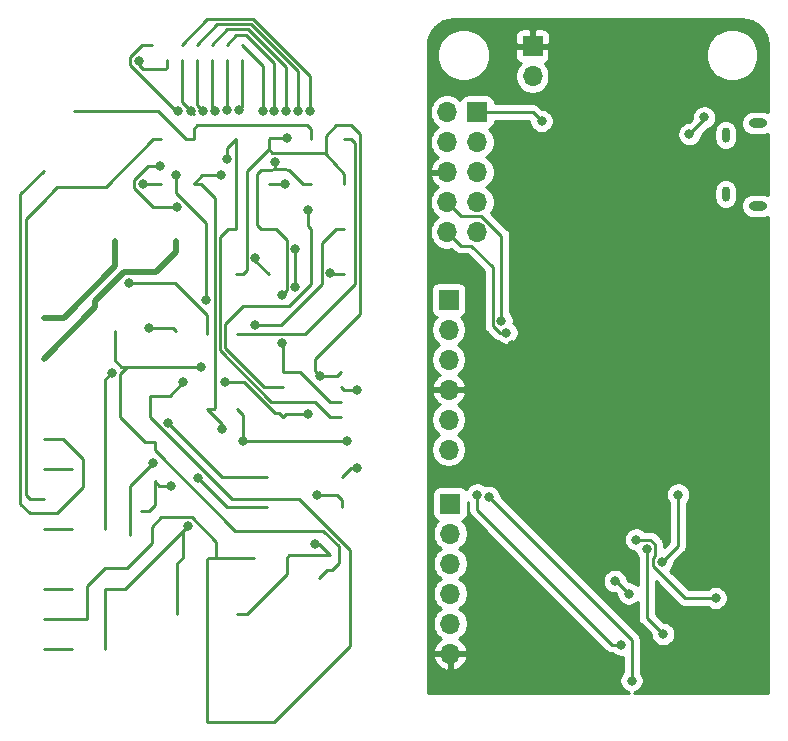
<source format=gbr>
%TF.GenerationSoftware,KiCad,Pcbnew,5.1.5+dfsg1-2build2*%
%TF.CreationDate,2021-11-04T20:17:57+01:00*%
%TF.ProjectId,ebus-esp,65627573-2d65-4737-902e-6b696361645f,rev?*%
%TF.SameCoordinates,Original*%
%TF.FileFunction,Copper,L1,Top*%
%TF.FilePolarity,Positive*%
%FSLAX46Y46*%
G04 Gerber Fmt 4.6, Leading zero omitted, Abs format (unit mm)*
G04 Created by KiCad (PCBNEW 5.1.5+dfsg1-2build2) date 2021-11-04 20:17:57*
%MOMM*%
%LPD*%
G04 APERTURE LIST*
%TA.AperFunction,ComponentPad*%
%ADD10O,1.700000X1.700000*%
%TD*%
%TA.AperFunction,ComponentPad*%
%ADD11R,1.700000X1.700000*%
%TD*%
%TA.AperFunction,ComponentPad*%
%ADD12O,1.550000X0.775000*%
%TD*%
%TA.AperFunction,ComponentPad*%
%ADD13O,0.650000X1.300000*%
%TD*%
%TA.AperFunction,ViaPad*%
%ADD14C,0.800000*%
%TD*%
%TA.AperFunction,Conductor*%
%ADD15C,0.250000*%
%TD*%
%TA.AperFunction,Conductor*%
%ADD16C,0.500000*%
%TD*%
%TA.AperFunction,Conductor*%
%ADD17C,0.254000*%
%TD*%
G04 APERTURE END LIST*
D10*
%TO.P,J7,10*%
%TO.N,TX*%
X99695000Y-101854000D03*
%TO.P,J7,9*%
%TO.N,N/C*%
X102235000Y-101854000D03*
%TO.P,J7,8*%
%TO.N,RX*%
X99695000Y-99314000D03*
%TO.P,J7,7*%
%TO.N,N/C*%
X102235000Y-99314000D03*
%TO.P,J7,6*%
%TO.N,GNDREF*%
X99695000Y-96774000D03*
%TO.P,J7,5*%
%TO.N,N/C*%
X102235000Y-96774000D03*
%TO.P,J7,4*%
X99695000Y-94234000D03*
%TO.P,J7,3*%
X102235000Y-94234000D03*
%TO.P,J7,2*%
X99695000Y-91694000D03*
D11*
%TO.P,J7,1*%
%TO.N,+3V3*%
X102235000Y-91694000D03*
%TD*%
D12*
%TO.P,J2,S6*%
%TO.N,N/C*%
X125984000Y-99639000D03*
%TO.P,J2,S3*%
X125984000Y-92639000D03*
D13*
%TO.P,J2,S2*%
X123284000Y-98639000D03*
%TO.P,J2,S1*%
X123284000Y-93639000D03*
%TD*%
D10*
%TO.P,J6,2*%
%TO.N,+5VP*%
X106934000Y-88646000D03*
D11*
%TO.P,J6,1*%
%TO.N,GNDREF*%
X106934000Y-86106000D03*
%TD*%
D10*
%TO.P,J5,6*%
%TO.N,GNDREF*%
X99949000Y-137541000D03*
%TO.P,J5,5*%
%TO.N,GPIO16*%
X99949000Y-135001000D03*
%TO.P,J5,4*%
%TO.N,GPIO14*%
X99949000Y-132461000D03*
%TO.P,J5,3*%
%TO.N,GPIO13*%
X99949000Y-129921000D03*
%TO.P,J5,2*%
%TO.N,GPIO12*%
X99949000Y-127381000D03*
D11*
%TO.P,J5,1*%
%TO.N,GPIO4*%
X99949000Y-124841000D03*
%TD*%
D10*
%TO.P,J4,6*%
%TO.N,RESET*%
X99822000Y-120269000D03*
%TO.P,J4,5*%
%TO.N,GPIO0*%
X99822000Y-117729000D03*
%TO.P,J4,4*%
%TO.N,GNDREF*%
X99822000Y-115189000D03*
%TO.P,J4,3*%
%TO.N,P_RX*%
X99822000Y-112649000D03*
%TO.P,J4,2*%
%TO.N,P_TX*%
X99822000Y-110109000D03*
D11*
%TO.P,J4,1*%
%TO.N,+5VP*%
X99822000Y-107569000D03*
%TD*%
D14*
%TO.N,GNDD*%
X85979000Y-97790000D03*
X73914000Y-97790000D03*
X77343000Y-114554000D03*
X80899000Y-114554000D03*
X89810010Y-105283000D03*
X87884000Y-117221000D03*
X74422000Y-109982000D03*
%TO.N,SIGNAL*%
X83439000Y-109728000D03*
X78867000Y-113284000D03*
%TO.N,GNDREF*%
X108331000Y-90297000D03*
X76066653Y-117989347D03*
X105163613Y-111379000D03*
%TO.N,+3V3*%
X115697000Y-127889000D03*
X122428000Y-132842000D03*
X71299007Y-113750250D03*
X107696000Y-92456000D03*
%TO.N,RX*%
X78613000Y-122682000D03*
X116586000Y-128651000D03*
X117983000Y-135890000D03*
X104288058Y-109368058D03*
%TO.N,TX*%
X119253000Y-124079000D03*
X117856000Y-129794000D03*
X72771000Y-106172000D03*
X104713603Y-110367836D03*
%TO.N,+5VP*%
X121468158Y-92145842D03*
X120206647Y-93571353D03*
%TO.N,GPIO0*%
X113895447Y-131421447D03*
X115062000Y-132461000D03*
%TO.N,P_RX*%
X102235000Y-124079000D03*
X114427000Y-136779000D03*
%TO.N,P_TX*%
X103215583Y-124275116D03*
X115316000Y-139827000D03*
%TO.N,MP1*%
X76927862Y-91601138D03*
X88519000Y-128270000D03*
%TO.N,MP5*%
X77724000Y-126746000D03*
X88900000Y-114046000D03*
X86074006Y-91604980D03*
X86106000Y-93853000D03*
%TO.N,MP6*%
X85074003Y-91604980D03*
X86849999Y-103288000D03*
X86854847Y-106539847D03*
X76327000Y-123317000D03*
%TO.N,MP11*%
X80010000Y-91604980D03*
X76745720Y-97065000D03*
X79295001Y-107569000D03*
%TO.N,MP12*%
X82423000Y-119507000D03*
X81028861Y-91526505D03*
X91260011Y-119507000D03*
%TO.N,MP13*%
X74803000Y-121412000D03*
X80645000Y-118491000D03*
X82072346Y-91508326D03*
X80518000Y-97065000D03*
%TO.N,MP10*%
X78997346Y-91592329D03*
X92060029Y-115189000D03*
X92060029Y-121793000D03*
%TO.N,MP9*%
X88646000Y-124079000D03*
X83460010Y-104013000D03*
X77978000Y-91604980D03*
X75401000Y-96266000D03*
X76835000Y-99775998D03*
%TO.N,MP4*%
X87074009Y-91604980D03*
X81026000Y-95631000D03*
X73575998Y-87376000D03*
%TO.N,MP7*%
X85725000Y-111252000D03*
X85725000Y-107188000D03*
X84074000Y-91604980D03*
X85090000Y-95905010D03*
%TO.N,MP3*%
X88074012Y-91604980D03*
X87884000Y-99949000D03*
%TD*%
D15*
%TO.N,GNDD*%
X69215000Y-131793810D02*
X70706810Y-130302000D01*
X69215000Y-134620000D02*
X69215000Y-131793810D01*
X65532000Y-134620000D02*
X69215000Y-134620000D01*
X74737000Y-128192000D02*
X74737000Y-127492000D01*
X72627000Y-130302000D02*
X74737000Y-128192000D01*
X70706810Y-130302000D02*
X72627000Y-130302000D01*
X84585000Y-97790000D02*
X85979000Y-97790000D01*
X73914000Y-97790000D02*
X75435000Y-97790000D01*
X76200000Y-115697000D02*
X77343000Y-114554000D01*
X74549000Y-115697000D02*
X76200000Y-115697000D01*
X85490000Y-117175000D02*
X85790000Y-117475000D01*
X85113232Y-117175000D02*
X85490000Y-117175000D01*
X82492232Y-114554000D02*
X85113232Y-117175000D01*
X80899000Y-114554000D02*
X82492232Y-114554000D01*
X89937010Y-105410000D02*
X89810010Y-105283000D01*
X90935000Y-105410000D02*
X89937010Y-105410000D01*
X86044000Y-117221000D02*
X85790000Y-117475000D01*
X87884000Y-117221000D02*
X86044000Y-117221000D01*
X80140000Y-129413000D02*
X83309000Y-129413000D01*
X74737000Y-126792000D02*
X74737000Y-127492000D01*
X75508001Y-126020999D02*
X74737000Y-126792000D01*
X78072001Y-126020999D02*
X75508001Y-126020999D01*
X80140000Y-128088998D02*
X78072001Y-126020999D01*
X80140000Y-129413000D02*
X80140000Y-128088998D01*
X79515000Y-129413000D02*
X80140000Y-129413000D01*
X79375000Y-129553000D02*
X79515000Y-129413000D01*
X79375000Y-143329000D02*
X79375000Y-129553000D01*
X85025000Y-143329000D02*
X79375000Y-143329000D01*
X91464001Y-136889999D02*
X85025000Y-143329000D01*
X91464001Y-128778589D02*
X91464001Y-136889999D01*
X81501999Y-124449999D02*
X87135411Y-124449999D01*
X87135411Y-124449999D02*
X91464001Y-128778589D01*
X74549000Y-117497000D02*
X81501999Y-124449999D01*
X74549000Y-115697000D02*
X74549000Y-117497000D01*
X76474000Y-109982000D02*
X76768000Y-110276000D01*
X74422000Y-109982000D02*
X76474000Y-109982000D01*
%TO.N,SIGNAL*%
X90514001Y-128464999D02*
X89176002Y-127127000D01*
X89924002Y-130475000D02*
X90514001Y-129885001D01*
X90514001Y-129885001D02*
X90514001Y-128464999D01*
X89489000Y-130475000D02*
X89924002Y-130475000D01*
X88839000Y-131125000D02*
X89489000Y-130475000D01*
X88839000Y-131175000D02*
X88839000Y-131125000D01*
X81722000Y-127127000D02*
X74930000Y-120335000D01*
X89176002Y-127127000D02*
X81722000Y-127127000D01*
X74930000Y-120335000D02*
X74930000Y-119635000D01*
X74147000Y-119635000D02*
X74930000Y-119635000D01*
X72009000Y-117497000D02*
X74147000Y-119635000D01*
X72009000Y-115697000D02*
X72009000Y-117497000D01*
X85630190Y-109728000D02*
X83439000Y-109728000D01*
X89085010Y-106273180D02*
X85630190Y-109728000D01*
X89085010Y-102824990D02*
X89085010Y-106273180D01*
X90310000Y-101600000D02*
X89085010Y-102824990D01*
X90935000Y-101600000D02*
X90310000Y-101600000D01*
X72009000Y-113897000D02*
X72009000Y-115697000D01*
X72622000Y-113284000D02*
X72009000Y-113897000D01*
X78867000Y-113284000D02*
X72622000Y-113284000D01*
X72126000Y-113284000D02*
X71568000Y-112726000D01*
X71568000Y-112726000D02*
X71568000Y-110276000D01*
X72622000Y-113284000D02*
X72126000Y-113284000D01*
%TO.N,GNDREF*%
X66682000Y-119380000D02*
X65532000Y-119380000D01*
X67215190Y-119380000D02*
X66682000Y-119380000D01*
X68892010Y-121056820D02*
X67215190Y-119380000D01*
X68892010Y-123484992D02*
X68892010Y-121056820D01*
X66692001Y-125685001D02*
X68892010Y-123484992D01*
X64371999Y-125685001D02*
X66692001Y-125685001D01*
X63556990Y-98622010D02*
X63556990Y-124869992D01*
X63556990Y-124869992D02*
X64371999Y-125685001D01*
X65532000Y-96647000D02*
X63556990Y-98622010D01*
X108034000Y-86106000D02*
X106934000Y-86106000D01*
X108331000Y-86403000D02*
X108034000Y-86106000D01*
X108331000Y-90297000D02*
X108331000Y-86403000D01*
X80632306Y-122555000D02*
X76066653Y-117989347D01*
X84480000Y-122555000D02*
X80632306Y-122555000D01*
X101353613Y-115189000D02*
X99822000Y-115189000D01*
X105163613Y-111379000D02*
X101353613Y-115189000D01*
%TO.N,+3V3*%
X69172000Y-91567000D02*
X68072000Y-91567000D01*
X75197000Y-91567000D02*
X69172000Y-91567000D01*
X88135000Y-93105000D02*
X88135000Y-93980000D01*
X87809990Y-92779990D02*
X88135000Y-93105000D01*
X78235000Y-93105000D02*
X78560010Y-92779990D01*
X78560010Y-92779990D02*
X87809990Y-92779990D01*
X78235000Y-93980000D02*
X78235000Y-93105000D01*
X70742000Y-127000000D02*
X70742000Y-121920000D01*
X77610000Y-93980000D02*
X78235000Y-93980000D01*
X119830998Y-132842000D02*
X122428000Y-132842000D01*
X117130999Y-130142001D02*
X119830998Y-132842000D01*
X117311001Y-129265997D02*
X117130999Y-129445999D01*
X117311001Y-128302999D02*
X117311001Y-129265997D01*
X116897002Y-127889000D02*
X117311001Y-128302999D01*
X117130999Y-129445999D02*
X117130999Y-130142001D01*
X115697000Y-127889000D02*
X116897002Y-127889000D01*
X70742000Y-114307257D02*
X71299007Y-113750250D01*
X70742000Y-121920000D02*
X70742000Y-114307257D01*
X75946000Y-92329000D02*
X75197000Y-91567000D01*
X77610000Y-93980000D02*
X75946000Y-92329000D01*
X106934000Y-91694000D02*
X107696000Y-92456000D01*
X102235000Y-91694000D02*
X106934000Y-91694000D01*
D16*
%TO.N,Net-(D3-Pad3)*%
X71568000Y-104757000D02*
X71568000Y-102576000D01*
X67232000Y-109093000D02*
X71568000Y-104757000D01*
X65532000Y-109093000D02*
X67232000Y-109093000D01*
D15*
%TO.N,Net-(D4-Pad2)*%
X65532000Y-127000000D02*
X67942000Y-127000000D01*
%TO.N,RX*%
X81026000Y-125095000D02*
X84480000Y-125095000D01*
X78613000Y-122682000D02*
X81026000Y-125095000D01*
X64682001Y-100036999D02*
X65532000Y-99187000D01*
X64006999Y-100712001D02*
X64682001Y-100036999D01*
X64006999Y-124084999D02*
X64006999Y-100712001D01*
X64382000Y-124460000D02*
X64006999Y-124084999D01*
X65532000Y-124460000D02*
X64382000Y-124460000D01*
X66381999Y-98337001D02*
X65532000Y-99187000D01*
X70778001Y-98011999D02*
X66707001Y-98011999D01*
X74810000Y-93980000D02*
X70778001Y-98011999D01*
X66707001Y-98011999D02*
X66381999Y-98337001D01*
X75435000Y-93980000D02*
X74810000Y-93980000D01*
X116586000Y-134493000D02*
X117983000Y-135890000D01*
X116586000Y-128651000D02*
X116586000Y-134493000D01*
X100544999Y-100163999D02*
X99695000Y-99314000D01*
X104288058Y-102168056D02*
X102609003Y-100489001D01*
X104288058Y-109368058D02*
X104288058Y-102168056D01*
X102609003Y-100489001D02*
X100870001Y-100489001D01*
X100870001Y-100489001D02*
X100544999Y-100163999D01*
%TO.N,Net-(D5-Pad2)*%
X67942000Y-137160000D02*
X65532000Y-137160000D01*
%TO.N,Net-(D6-Pad2)*%
X65532000Y-121920000D02*
X67942000Y-121920000D01*
%TO.N,TX*%
X119253000Y-128397000D02*
X117856000Y-129794000D01*
X119253000Y-124079000D02*
X119253000Y-128397000D01*
X76649002Y-106172000D02*
X72771000Y-106172000D01*
X79375000Y-108897998D02*
X76649002Y-106172000D01*
X79375000Y-110515000D02*
X79375000Y-108897998D01*
X103563057Y-109782975D02*
X103563057Y-104843943D01*
X104147918Y-110367836D02*
X103563057Y-109782975D01*
X104713603Y-110367836D02*
X104147918Y-110367836D01*
X103563057Y-104843943D02*
X101716114Y-102997000D01*
X100838000Y-102997000D02*
X99695000Y-101854000D01*
X101716114Y-102997000D02*
X100838000Y-102997000D01*
%TO.N,Net-(R13-Pad2)*%
X82485000Y-110515000D02*
X81915000Y-110515000D01*
X91885010Y-106273180D02*
X87643190Y-110515000D01*
X91885010Y-94305010D02*
X91885010Y-106273180D01*
X87643190Y-110515000D02*
X82485000Y-110515000D01*
X91560000Y-93980000D02*
X91885010Y-94305010D01*
X90935000Y-93980000D02*
X91560000Y-93980000D01*
%TO.N,+5VP*%
X121468158Y-92309842D02*
X120206647Y-93571353D01*
X121468158Y-92145842D02*
X121468158Y-92309842D01*
D16*
%TO.N,+24V*%
X75068000Y-105276000D02*
X76768000Y-103576000D01*
X72357998Y-105276000D02*
X75068000Y-105276000D01*
X69917999Y-107715999D02*
X72357998Y-105276000D01*
X69917999Y-108207001D02*
X69917999Y-107715999D01*
X76768000Y-103576000D02*
X76768000Y-102576000D01*
X65532000Y-112593000D02*
X69917999Y-108207001D01*
D15*
%TO.N,GPIO0*%
X114022447Y-131421447D02*
X115062000Y-132461000D01*
X113895447Y-131421447D02*
X114022447Y-131421447D01*
%TO.N,P_RX*%
X102235000Y-124079000D02*
X102235000Y-125349000D01*
X113665000Y-136779000D02*
X114427000Y-136779000D01*
X102235000Y-125349000D02*
X113665000Y-136779000D01*
%TO.N,P_TX*%
X115316000Y-136375533D02*
X115316000Y-139827000D01*
X103215583Y-124275116D02*
X115316000Y-136375533D01*
%TO.N,MP1*%
X86347000Y-129175000D02*
X86109000Y-129413000D01*
X89789000Y-129175000D02*
X86347000Y-129175000D01*
X86109000Y-130288000D02*
X86109000Y-129413000D01*
X82715000Y-134179000D02*
X86109000Y-130785000D01*
X86109000Y-130785000D02*
X86109000Y-130288000D01*
X81915000Y-134179000D02*
X82715000Y-134179000D01*
X76820996Y-91694000D02*
X77089000Y-91694000D01*
X72850997Y-87724001D02*
X76820996Y-91694000D01*
X72850997Y-87027999D02*
X72850997Y-87724001D01*
X73899996Y-85979000D02*
X72850997Y-87027999D01*
X74676000Y-85979000D02*
X73899996Y-85979000D01*
X88884000Y-128270000D02*
X89789000Y-129175000D01*
X88519000Y-128270000D02*
X88884000Y-128270000D01*
%TO.N,MP5*%
X70742000Y-137160000D02*
X70742000Y-132080000D01*
X90359000Y-114046000D02*
X90740000Y-113665000D01*
X88900000Y-114046000D02*
X90359000Y-114046000D01*
X90935000Y-96915000D02*
X90935000Y-97790000D01*
X84910010Y-95180010D02*
X89200010Y-95180010D01*
X84585000Y-94855000D02*
X84910010Y-95180010D01*
X82410000Y-105410000D02*
X81785000Y-105410000D01*
X82735010Y-105084990D02*
X82410000Y-105410000D01*
X82735010Y-96704990D02*
X82735010Y-105084990D01*
X84585000Y-94855000D02*
X82735010Y-96704990D01*
X84585000Y-93980000D02*
X84585000Y-94855000D01*
X91548180Y-92779990D02*
X90321820Y-92779990D01*
X92335020Y-108794982D02*
X92335020Y-93566830D01*
X89408000Y-93693810D02*
X89408000Y-95250000D01*
X88500001Y-112630001D02*
X92335020Y-108794982D01*
X88500001Y-113646001D02*
X88500001Y-112630001D01*
X92335020Y-93566830D02*
X91548180Y-92779990D01*
X88900000Y-114046000D02*
X88500001Y-113646001D01*
X89408000Y-95250000D02*
X90935000Y-96915000D01*
X90321820Y-92779990D02*
X89408000Y-93693810D01*
X89200010Y-95180010D02*
X89408000Y-95250000D01*
X77340000Y-127130000D02*
X77724000Y-126746000D01*
X77340000Y-129413000D02*
X77340000Y-127130000D01*
X76835000Y-129918000D02*
X77340000Y-129413000D01*
X76835000Y-134179000D02*
X76835000Y-129918000D01*
X72390000Y-132080000D02*
X77724000Y-126746000D01*
X70742000Y-132080000D02*
X72390000Y-132080000D01*
X86074006Y-87899594D02*
X86074006Y-91604980D01*
X82878402Y-84703990D02*
X86074006Y-87899594D01*
X81031010Y-84703990D02*
X82878402Y-84703990D01*
X79756000Y-85979000D02*
X81031010Y-84703990D01*
X84712000Y-93853000D02*
X84585000Y-93980000D01*
X86106000Y-93853000D02*
X84712000Y-93853000D01*
%TO.N,MP6*%
X74437000Y-125492000D02*
X73787000Y-125492000D01*
X74930000Y-124999000D02*
X74437000Y-125492000D01*
X74930000Y-122935000D02*
X74930000Y-124999000D01*
X85074003Y-87536001D02*
X85074003Y-91604980D01*
X82692001Y-85153999D02*
X85074003Y-87536001D01*
X81851001Y-85153999D02*
X82692001Y-85153999D01*
X81026000Y-85979000D02*
X81851001Y-85153999D01*
X86849999Y-106534999D02*
X86854847Y-106539847D01*
X86849999Y-103288000D02*
X86849999Y-106534999D01*
X75312000Y-123317000D02*
X74930000Y-122935000D01*
X76327000Y-123317000D02*
X75312000Y-123317000D01*
%TO.N,MP11*%
X67942000Y-132080000D02*
X65532000Y-132080000D01*
X79756000Y-91350980D02*
X80010000Y-91604980D01*
X79756000Y-87249000D02*
X79756000Y-91350980D01*
X79295001Y-101117999D02*
X79295001Y-107569000D01*
X76745720Y-98568718D02*
X79295001Y-101117999D01*
X76745720Y-97065000D02*
X76745720Y-98568718D01*
%TO.N,MP12*%
X82423000Y-117323000D02*
X81915000Y-116815000D01*
X82423000Y-119507000D02*
X82423000Y-117323000D01*
X81026000Y-91523644D02*
X81028861Y-91526505D01*
X81026000Y-87249000D02*
X81026000Y-91523644D01*
X91260011Y-119507000D02*
X82423000Y-119507000D01*
%TO.N,MP13*%
X72837000Y-123392998D02*
X74803000Y-121426998D01*
X74803000Y-121426998D02*
X74803000Y-121412000D01*
X72837000Y-127492000D02*
X72837000Y-123392998D01*
X80645000Y-118085000D02*
X79375000Y-116815000D01*
X80645000Y-118491000D02*
X80645000Y-118085000D01*
X78860000Y-97790000D02*
X78235000Y-97790000D01*
X80020001Y-98950001D02*
X78860000Y-97790000D01*
X80020001Y-116739999D02*
X80020001Y-98950001D01*
X79945000Y-116815000D02*
X80020001Y-116739999D01*
X79375000Y-116815000D02*
X79945000Y-116815000D01*
X82296000Y-91284672D02*
X82072346Y-91508326D01*
X82296000Y-87249000D02*
X82296000Y-91284672D01*
X78960000Y-97065000D02*
X78235000Y-97790000D01*
X80518000Y-97065000D02*
X78960000Y-97065000D01*
%TO.N,MP10*%
X78486000Y-91080983D02*
X78997346Y-91592329D01*
X78486000Y-87249000D02*
X78486000Y-91080983D01*
X90994000Y-115189000D02*
X90740000Y-114935000D01*
X92060029Y-115189000D02*
X90994000Y-115189000D01*
X91542000Y-121793000D02*
X90780000Y-122555000D01*
X92060029Y-121793000D02*
X91542000Y-121793000D01*
%TO.N,MP9*%
X90334000Y-124079000D02*
X88646000Y-124079000D01*
X90780000Y-124525000D02*
X90334000Y-124079000D01*
X90780000Y-125095000D02*
X90780000Y-124525000D01*
X83460010Y-104285010D02*
X84585000Y-105410000D01*
X83460010Y-104013000D02*
X83460010Y-104285010D01*
X77216000Y-90863970D02*
X78232000Y-91879970D01*
X77216000Y-87249000D02*
X77216000Y-90863970D01*
X74826996Y-99775998D02*
X76835000Y-99775998D01*
X73188999Y-98138001D02*
X74826996Y-99775998D01*
X73188999Y-97441999D02*
X73188999Y-98138001D01*
X74364998Y-96266000D02*
X73188999Y-97441999D01*
X75401000Y-96266000D02*
X74364998Y-96266000D01*
%TO.N,MP4*%
X81785000Y-101600000D02*
X81785000Y-97790000D01*
X81785000Y-97790000D02*
X81785000Y-93980000D01*
X86765000Y-116205000D02*
X85790000Y-116205000D01*
X88495000Y-116205000D02*
X86765000Y-116205000D01*
X89765000Y-117475000D02*
X88495000Y-116205000D01*
X90740000Y-117475000D02*
X89765000Y-117475000D01*
X84815000Y-116205000D02*
X80470011Y-111860011D01*
X85790000Y-116205000D02*
X84815000Y-116205000D01*
X81160000Y-101600000D02*
X81785000Y-101600000D01*
X80470011Y-102289989D02*
X81160000Y-101600000D01*
X80470011Y-111860011D02*
X80470011Y-102289989D01*
X87074009Y-88263187D02*
X87074009Y-91604980D01*
X83064803Y-84253981D02*
X87074009Y-88263187D01*
X80211019Y-84253981D02*
X83064803Y-84253981D01*
X78486000Y-85979000D02*
X80211019Y-84253981D01*
X81026000Y-94739000D02*
X81785000Y-93980000D01*
X81026000Y-95631000D02*
X81026000Y-94739000D01*
X73575998Y-87734000D02*
X73575998Y-87376000D01*
X73915999Y-88074001D02*
X73575998Y-87734000D01*
X75828105Y-88074001D02*
X73915999Y-88074001D01*
X75946000Y-87956106D02*
X75828105Y-88074001D01*
X75946000Y-87249000D02*
X75946000Y-87956106D01*
%TO.N,MP7*%
X86765000Y-113665000D02*
X85790000Y-113665000D01*
X87225000Y-113665000D02*
X86765000Y-113665000D01*
X89765000Y-116205000D02*
X87225000Y-113665000D01*
X90740000Y-116205000D02*
X89765000Y-116205000D01*
X83960000Y-101600000D02*
X84585000Y-101600000D01*
X83634990Y-101274990D02*
X83960000Y-101600000D01*
X83971820Y-96589990D02*
X83634990Y-96926820D01*
X87510000Y-97790000D02*
X86309990Y-96589990D01*
X83634990Y-96926820D02*
X83634990Y-101274990D01*
X88135000Y-97790000D02*
X87510000Y-97790000D01*
X85790000Y-111317000D02*
X85725000Y-111252000D01*
X85790000Y-113665000D02*
X85790000Y-111317000D01*
X85210000Y-101600000D02*
X84585000Y-101600000D01*
X86124999Y-102514999D02*
X85210000Y-101600000D01*
X86124999Y-106788001D02*
X86124999Y-102514999D01*
X85725000Y-107188000D02*
X86124999Y-106788001D01*
X84074000Y-87757000D02*
X84074000Y-91604980D01*
X82296000Y-85979000D02*
X84074000Y-87757000D01*
X85139305Y-96520000D02*
X85852000Y-96520000D01*
X85090000Y-95905010D02*
X85090000Y-96470695D01*
X85090000Y-96470695D02*
X85139305Y-96520000D01*
X85852000Y-96520000D02*
X83971820Y-96589990D01*
X86309990Y-96589990D02*
X85852000Y-96520000D01*
%TO.N,MP3*%
X88135000Y-101600000D02*
X88135000Y-105410000D01*
X84201000Y-114935000D02*
X80920021Y-111654021D01*
X85790000Y-114935000D02*
X84201000Y-114935000D01*
X80920021Y-109604977D02*
X82447998Y-108077000D01*
X80920021Y-111654021D02*
X80920021Y-109604977D01*
X88135000Y-106285000D02*
X88135000Y-105410000D01*
X86343000Y-108077000D02*
X88135000Y-106285000D01*
X82447998Y-108077000D02*
X86343000Y-108077000D01*
X88074012Y-88626780D02*
X88074012Y-91604980D01*
X83251204Y-83803972D02*
X88074012Y-88626780D01*
X79391028Y-83803972D02*
X83251204Y-83803972D01*
X77216000Y-85979000D02*
X79391028Y-83803972D01*
X87884000Y-101349000D02*
X88135000Y-101600000D01*
X87884000Y-99949000D02*
X87884000Y-101349000D01*
%TD*%
D17*
%TO.N,GNDREF*%
G36*
X125127881Y-83888746D02*
G01*
X125525999Y-84008945D01*
X125893185Y-84204181D01*
X126215459Y-84467022D01*
X126480542Y-84787452D01*
X126678338Y-85153267D01*
X126801314Y-85550537D01*
X126848000Y-85994726D01*
X126848000Y-91734295D01*
X126764687Y-91689763D01*
X126571945Y-91631295D01*
X126421728Y-91616500D01*
X125546272Y-91616500D01*
X125396055Y-91631295D01*
X125203313Y-91689763D01*
X125025681Y-91784709D01*
X124869985Y-91912485D01*
X124742209Y-92068181D01*
X124647263Y-92245813D01*
X124588795Y-92438555D01*
X124569053Y-92639000D01*
X124588795Y-92839445D01*
X124647263Y-93032187D01*
X124742209Y-93209819D01*
X124869985Y-93365515D01*
X125025681Y-93493291D01*
X125203313Y-93588237D01*
X125396055Y-93646705D01*
X125546272Y-93661500D01*
X126421728Y-93661500D01*
X126571945Y-93646705D01*
X126764687Y-93588237D01*
X126848000Y-93543705D01*
X126848000Y-98734295D01*
X126764687Y-98689763D01*
X126571945Y-98631295D01*
X126421728Y-98616500D01*
X125546272Y-98616500D01*
X125396055Y-98631295D01*
X125203313Y-98689763D01*
X125025681Y-98784709D01*
X124869985Y-98912485D01*
X124742209Y-99068181D01*
X124647263Y-99245813D01*
X124588795Y-99438555D01*
X124569053Y-99639000D01*
X124588795Y-99839445D01*
X124647263Y-100032187D01*
X124742209Y-100209819D01*
X124869985Y-100365515D01*
X125025681Y-100493291D01*
X125203313Y-100588237D01*
X125396055Y-100646705D01*
X125546272Y-100661500D01*
X126421728Y-100661500D01*
X126571945Y-100646705D01*
X126764687Y-100588237D01*
X126848000Y-100543705D01*
X126848001Y-140843000D01*
X115513459Y-140843000D01*
X115617898Y-140822226D01*
X115806256Y-140744205D01*
X115975774Y-140630937D01*
X116119937Y-140486774D01*
X116233205Y-140317256D01*
X116311226Y-140128898D01*
X116351000Y-139928939D01*
X116351000Y-139725061D01*
X116311226Y-139525102D01*
X116233205Y-139336744D01*
X116119937Y-139167226D01*
X116076000Y-139123289D01*
X116076000Y-136412856D01*
X116079676Y-136375533D01*
X116076000Y-136338210D01*
X116076000Y-136338200D01*
X116065003Y-136226547D01*
X116021546Y-136083286D01*
X115950974Y-135951257D01*
X115856001Y-135835532D01*
X115827004Y-135811735D01*
X111334777Y-131319508D01*
X112860447Y-131319508D01*
X112860447Y-131523386D01*
X112900221Y-131723345D01*
X112978242Y-131911703D01*
X113091510Y-132081221D01*
X113235673Y-132225384D01*
X113405191Y-132338652D01*
X113593549Y-132416673D01*
X113793508Y-132456447D01*
X113982646Y-132456447D01*
X114027000Y-132500802D01*
X114027000Y-132562939D01*
X114066774Y-132762898D01*
X114144795Y-132951256D01*
X114258063Y-133120774D01*
X114402226Y-133264937D01*
X114571744Y-133378205D01*
X114760102Y-133456226D01*
X114960061Y-133496000D01*
X115163939Y-133496000D01*
X115363898Y-133456226D01*
X115552256Y-133378205D01*
X115721774Y-133264937D01*
X115826001Y-133160710D01*
X115826001Y-134455668D01*
X115822324Y-134493000D01*
X115836998Y-134641985D01*
X115880454Y-134785246D01*
X115951026Y-134917276D01*
X115996590Y-134972795D01*
X116046000Y-135033001D01*
X116074998Y-135056799D01*
X116948000Y-135929802D01*
X116948000Y-135991939D01*
X116987774Y-136191898D01*
X117065795Y-136380256D01*
X117179063Y-136549774D01*
X117323226Y-136693937D01*
X117492744Y-136807205D01*
X117681102Y-136885226D01*
X117881061Y-136925000D01*
X118084939Y-136925000D01*
X118284898Y-136885226D01*
X118473256Y-136807205D01*
X118642774Y-136693937D01*
X118786937Y-136549774D01*
X118900205Y-136380256D01*
X118978226Y-136191898D01*
X119018000Y-135991939D01*
X119018000Y-135788061D01*
X118978226Y-135588102D01*
X118900205Y-135399744D01*
X118786937Y-135230226D01*
X118642774Y-135086063D01*
X118473256Y-134972795D01*
X118284898Y-134894774D01*
X118084939Y-134855000D01*
X118022802Y-134855000D01*
X117346000Y-134178199D01*
X117346000Y-131431803D01*
X119267199Y-133353003D01*
X119290997Y-133382001D01*
X119406722Y-133476974D01*
X119538751Y-133547546D01*
X119682012Y-133591003D01*
X119793665Y-133602000D01*
X119793674Y-133602000D01*
X119830997Y-133605676D01*
X119868320Y-133602000D01*
X121724289Y-133602000D01*
X121768226Y-133645937D01*
X121937744Y-133759205D01*
X122126102Y-133837226D01*
X122326061Y-133877000D01*
X122529939Y-133877000D01*
X122729898Y-133837226D01*
X122918256Y-133759205D01*
X123087774Y-133645937D01*
X123231937Y-133501774D01*
X123345205Y-133332256D01*
X123423226Y-133143898D01*
X123463000Y-132943939D01*
X123463000Y-132740061D01*
X123423226Y-132540102D01*
X123345205Y-132351744D01*
X123231937Y-132182226D01*
X123087774Y-132038063D01*
X122918256Y-131924795D01*
X122729898Y-131846774D01*
X122529939Y-131807000D01*
X122326061Y-131807000D01*
X122126102Y-131846774D01*
X121937744Y-131924795D01*
X121768226Y-132038063D01*
X121724289Y-132082000D01*
X120145800Y-132082000D01*
X118588755Y-130524956D01*
X118659937Y-130453774D01*
X118773205Y-130284256D01*
X118851226Y-130095898D01*
X118891000Y-129895939D01*
X118891000Y-129833801D01*
X119764003Y-128960799D01*
X119793001Y-128937001D01*
X119887974Y-128821276D01*
X119958546Y-128689247D01*
X120002003Y-128545986D01*
X120013000Y-128434333D01*
X120013000Y-128434324D01*
X120016676Y-128397001D01*
X120013000Y-128359678D01*
X120013000Y-124782711D01*
X120056937Y-124738774D01*
X120170205Y-124569256D01*
X120248226Y-124380898D01*
X120288000Y-124180939D01*
X120288000Y-123977061D01*
X120248226Y-123777102D01*
X120170205Y-123588744D01*
X120056937Y-123419226D01*
X119912774Y-123275063D01*
X119743256Y-123161795D01*
X119554898Y-123083774D01*
X119354939Y-123044000D01*
X119151061Y-123044000D01*
X118951102Y-123083774D01*
X118762744Y-123161795D01*
X118593226Y-123275063D01*
X118449063Y-123419226D01*
X118335795Y-123588744D01*
X118257774Y-123777102D01*
X118218000Y-123977061D01*
X118218000Y-124180939D01*
X118257774Y-124380898D01*
X118335795Y-124569256D01*
X118449063Y-124738774D01*
X118493000Y-124782711D01*
X118493001Y-128082197D01*
X118071001Y-128504197D01*
X118071001Y-128340321D01*
X118074677Y-128302998D01*
X118071001Y-128265676D01*
X118071001Y-128265666D01*
X118060004Y-128154013D01*
X118016547Y-128010752D01*
X117945975Y-127878723D01*
X117851002Y-127762998D01*
X117821999Y-127739196D01*
X117460806Y-127378003D01*
X117437003Y-127348999D01*
X117321278Y-127254026D01*
X117189249Y-127183454D01*
X117045988Y-127139997D01*
X116934335Y-127129000D01*
X116934324Y-127129000D01*
X116897002Y-127125324D01*
X116859680Y-127129000D01*
X116400711Y-127129000D01*
X116356774Y-127085063D01*
X116187256Y-126971795D01*
X115998898Y-126893774D01*
X115798939Y-126854000D01*
X115595061Y-126854000D01*
X115395102Y-126893774D01*
X115206744Y-126971795D01*
X115037226Y-127085063D01*
X114893063Y-127229226D01*
X114779795Y-127398744D01*
X114701774Y-127587102D01*
X114662000Y-127787061D01*
X114662000Y-127990939D01*
X114701774Y-128190898D01*
X114779795Y-128379256D01*
X114893063Y-128548774D01*
X115037226Y-128692937D01*
X115206744Y-128806205D01*
X115395102Y-128884226D01*
X115584612Y-128921922D01*
X115590774Y-128952898D01*
X115668795Y-129141256D01*
X115782063Y-129310774D01*
X115826000Y-129354711D01*
X115826001Y-131761290D01*
X115721774Y-131657063D01*
X115552256Y-131543795D01*
X115363898Y-131465774D01*
X115163939Y-131426000D01*
X115101802Y-131426000D01*
X114914342Y-131238540D01*
X114890673Y-131119549D01*
X114812652Y-130931191D01*
X114699384Y-130761673D01*
X114555221Y-130617510D01*
X114385703Y-130504242D01*
X114197345Y-130426221D01*
X113997386Y-130386447D01*
X113793508Y-130386447D01*
X113593549Y-130426221D01*
X113405191Y-130504242D01*
X113235673Y-130617510D01*
X113091510Y-130761673D01*
X112978242Y-130931191D01*
X112900221Y-131119549D01*
X112860447Y-131319508D01*
X111334777Y-131319508D01*
X104250583Y-124235315D01*
X104250583Y-124173177D01*
X104210809Y-123973218D01*
X104132788Y-123784860D01*
X104019520Y-123615342D01*
X103875357Y-123471179D01*
X103705839Y-123357911D01*
X103517481Y-123279890D01*
X103317522Y-123240116D01*
X103113644Y-123240116D01*
X102913685Y-123279890D01*
X102903726Y-123284015D01*
X102894774Y-123275063D01*
X102725256Y-123161795D01*
X102536898Y-123083774D01*
X102336939Y-123044000D01*
X102133061Y-123044000D01*
X101933102Y-123083774D01*
X101744744Y-123161795D01*
X101575226Y-123275063D01*
X101431063Y-123419226D01*
X101317795Y-123588744D01*
X101308586Y-123610977D01*
X101250185Y-123539815D01*
X101153494Y-123460463D01*
X101043180Y-123401498D01*
X100923482Y-123365188D01*
X100799000Y-123352928D01*
X99099000Y-123352928D01*
X98974518Y-123365188D01*
X98854820Y-123401498D01*
X98744506Y-123460463D01*
X98647815Y-123539815D01*
X98568463Y-123636506D01*
X98509498Y-123746820D01*
X98473188Y-123866518D01*
X98460928Y-123991000D01*
X98460928Y-125691000D01*
X98473188Y-125815482D01*
X98509498Y-125935180D01*
X98568463Y-126045494D01*
X98647815Y-126142185D01*
X98744506Y-126221537D01*
X98854820Y-126280502D01*
X98927380Y-126302513D01*
X98795525Y-126434368D01*
X98633010Y-126677589D01*
X98521068Y-126947842D01*
X98464000Y-127234740D01*
X98464000Y-127527260D01*
X98521068Y-127814158D01*
X98633010Y-128084411D01*
X98795525Y-128327632D01*
X99002368Y-128534475D01*
X99176760Y-128651000D01*
X99002368Y-128767525D01*
X98795525Y-128974368D01*
X98633010Y-129217589D01*
X98521068Y-129487842D01*
X98464000Y-129774740D01*
X98464000Y-130067260D01*
X98521068Y-130354158D01*
X98633010Y-130624411D01*
X98795525Y-130867632D01*
X99002368Y-131074475D01*
X99176760Y-131191000D01*
X99002368Y-131307525D01*
X98795525Y-131514368D01*
X98633010Y-131757589D01*
X98521068Y-132027842D01*
X98464000Y-132314740D01*
X98464000Y-132607260D01*
X98521068Y-132894158D01*
X98633010Y-133164411D01*
X98795525Y-133407632D01*
X99002368Y-133614475D01*
X99176760Y-133731000D01*
X99002368Y-133847525D01*
X98795525Y-134054368D01*
X98633010Y-134297589D01*
X98521068Y-134567842D01*
X98464000Y-134854740D01*
X98464000Y-135147260D01*
X98521068Y-135434158D01*
X98633010Y-135704411D01*
X98795525Y-135947632D01*
X99002368Y-136154475D01*
X99184534Y-136276195D01*
X99067645Y-136345822D01*
X98851412Y-136540731D01*
X98677359Y-136774080D01*
X98552175Y-137036901D01*
X98507524Y-137184110D01*
X98628845Y-137414000D01*
X99822000Y-137414000D01*
X99822000Y-137394000D01*
X100076000Y-137394000D01*
X100076000Y-137414000D01*
X101269155Y-137414000D01*
X101390476Y-137184110D01*
X101345825Y-137036901D01*
X101220641Y-136774080D01*
X101046588Y-136540731D01*
X100830355Y-136345822D01*
X100713466Y-136276195D01*
X100895632Y-136154475D01*
X101102475Y-135947632D01*
X101264990Y-135704411D01*
X101376932Y-135434158D01*
X101434000Y-135147260D01*
X101434000Y-134854740D01*
X101376932Y-134567842D01*
X101264990Y-134297589D01*
X101102475Y-134054368D01*
X100895632Y-133847525D01*
X100721240Y-133731000D01*
X100895632Y-133614475D01*
X101102475Y-133407632D01*
X101264990Y-133164411D01*
X101376932Y-132894158D01*
X101434000Y-132607260D01*
X101434000Y-132314740D01*
X101376932Y-132027842D01*
X101264990Y-131757589D01*
X101102475Y-131514368D01*
X100895632Y-131307525D01*
X100721240Y-131191000D01*
X100895632Y-131074475D01*
X101102475Y-130867632D01*
X101264990Y-130624411D01*
X101376932Y-130354158D01*
X101434000Y-130067260D01*
X101434000Y-129774740D01*
X101376932Y-129487842D01*
X101264990Y-129217589D01*
X101102475Y-128974368D01*
X100895632Y-128767525D01*
X100721240Y-128651000D01*
X100895632Y-128534475D01*
X101102475Y-128327632D01*
X101264990Y-128084411D01*
X101376932Y-127814158D01*
X101434000Y-127527260D01*
X101434000Y-127234740D01*
X101376932Y-126947842D01*
X101264990Y-126677589D01*
X101102475Y-126434368D01*
X100970620Y-126302513D01*
X101043180Y-126280502D01*
X101153494Y-126221537D01*
X101250185Y-126142185D01*
X101329537Y-126045494D01*
X101388502Y-125935180D01*
X101424812Y-125815482D01*
X101437072Y-125691000D01*
X101437072Y-124744783D01*
X101475001Y-124782712D01*
X101475001Y-125311668D01*
X101471324Y-125349000D01*
X101485998Y-125497985D01*
X101529454Y-125641246D01*
X101600026Y-125773276D01*
X101671201Y-125860002D01*
X101695000Y-125889001D01*
X101723998Y-125912799D01*
X113101201Y-137290003D01*
X113124999Y-137319001D01*
X113153997Y-137342799D01*
X113240723Y-137413974D01*
X113372753Y-137484546D01*
X113516014Y-137528003D01*
X113627667Y-137539000D01*
X113627677Y-137539000D01*
X113664999Y-137542676D01*
X113702322Y-137539000D01*
X113723289Y-137539000D01*
X113767226Y-137582937D01*
X113936744Y-137696205D01*
X114125102Y-137774226D01*
X114325061Y-137814000D01*
X114528939Y-137814000D01*
X114556000Y-137808617D01*
X114556001Y-139123288D01*
X114512063Y-139167226D01*
X114398795Y-139336744D01*
X114320774Y-139525102D01*
X114281000Y-139725061D01*
X114281000Y-139928939D01*
X114320774Y-140128898D01*
X114398795Y-140317256D01*
X114512063Y-140486774D01*
X114656226Y-140630937D01*
X114825744Y-140744205D01*
X115014102Y-140822226D01*
X115118541Y-140843000D01*
X98069000Y-140843000D01*
X98069000Y-137897890D01*
X98507524Y-137897890D01*
X98552175Y-138045099D01*
X98677359Y-138307920D01*
X98851412Y-138541269D01*
X99067645Y-138736178D01*
X99317748Y-138885157D01*
X99592109Y-138982481D01*
X99822000Y-138861814D01*
X99822000Y-137668000D01*
X100076000Y-137668000D01*
X100076000Y-138861814D01*
X100305891Y-138982481D01*
X100580252Y-138885157D01*
X100830355Y-138736178D01*
X101046588Y-138541269D01*
X101220641Y-138307920D01*
X101345825Y-138045099D01*
X101390476Y-137897890D01*
X101269155Y-137668000D01*
X100076000Y-137668000D01*
X99822000Y-137668000D01*
X98628845Y-137668000D01*
X98507524Y-137897890D01*
X98069000Y-137897890D01*
X98069000Y-117582740D01*
X98337000Y-117582740D01*
X98337000Y-117875260D01*
X98394068Y-118162158D01*
X98506010Y-118432411D01*
X98668525Y-118675632D01*
X98875368Y-118882475D01*
X99049760Y-118999000D01*
X98875368Y-119115525D01*
X98668525Y-119322368D01*
X98506010Y-119565589D01*
X98394068Y-119835842D01*
X98337000Y-120122740D01*
X98337000Y-120415260D01*
X98394068Y-120702158D01*
X98506010Y-120972411D01*
X98668525Y-121215632D01*
X98875368Y-121422475D01*
X99118589Y-121584990D01*
X99388842Y-121696932D01*
X99675740Y-121754000D01*
X99968260Y-121754000D01*
X100255158Y-121696932D01*
X100525411Y-121584990D01*
X100768632Y-121422475D01*
X100975475Y-121215632D01*
X101137990Y-120972411D01*
X101249932Y-120702158D01*
X101307000Y-120415260D01*
X101307000Y-120122740D01*
X101249932Y-119835842D01*
X101137990Y-119565589D01*
X100975475Y-119322368D01*
X100768632Y-119115525D01*
X100594240Y-118999000D01*
X100768632Y-118882475D01*
X100975475Y-118675632D01*
X101137990Y-118432411D01*
X101249932Y-118162158D01*
X101307000Y-117875260D01*
X101307000Y-117582740D01*
X101249932Y-117295842D01*
X101137990Y-117025589D01*
X100975475Y-116782368D01*
X100768632Y-116575525D01*
X100586466Y-116453805D01*
X100703355Y-116384178D01*
X100919588Y-116189269D01*
X101093641Y-115955920D01*
X101218825Y-115693099D01*
X101263476Y-115545890D01*
X101142155Y-115316000D01*
X99949000Y-115316000D01*
X99949000Y-115336000D01*
X99695000Y-115336000D01*
X99695000Y-115316000D01*
X98501845Y-115316000D01*
X98380524Y-115545890D01*
X98425175Y-115693099D01*
X98550359Y-115955920D01*
X98724412Y-116189269D01*
X98940645Y-116384178D01*
X99057534Y-116453805D01*
X98875368Y-116575525D01*
X98668525Y-116782368D01*
X98506010Y-117025589D01*
X98394068Y-117295842D01*
X98337000Y-117582740D01*
X98069000Y-117582740D01*
X98069000Y-106719000D01*
X98333928Y-106719000D01*
X98333928Y-108419000D01*
X98346188Y-108543482D01*
X98382498Y-108663180D01*
X98441463Y-108773494D01*
X98520815Y-108870185D01*
X98617506Y-108949537D01*
X98727820Y-109008502D01*
X98800380Y-109030513D01*
X98668525Y-109162368D01*
X98506010Y-109405589D01*
X98394068Y-109675842D01*
X98337000Y-109962740D01*
X98337000Y-110255260D01*
X98394068Y-110542158D01*
X98506010Y-110812411D01*
X98668525Y-111055632D01*
X98875368Y-111262475D01*
X99049760Y-111379000D01*
X98875368Y-111495525D01*
X98668525Y-111702368D01*
X98506010Y-111945589D01*
X98394068Y-112215842D01*
X98337000Y-112502740D01*
X98337000Y-112795260D01*
X98394068Y-113082158D01*
X98506010Y-113352411D01*
X98668525Y-113595632D01*
X98875368Y-113802475D01*
X99057534Y-113924195D01*
X98940645Y-113993822D01*
X98724412Y-114188731D01*
X98550359Y-114422080D01*
X98425175Y-114684901D01*
X98380524Y-114832110D01*
X98501845Y-115062000D01*
X99695000Y-115062000D01*
X99695000Y-115042000D01*
X99949000Y-115042000D01*
X99949000Y-115062000D01*
X101142155Y-115062000D01*
X101263476Y-114832110D01*
X101218825Y-114684901D01*
X101093641Y-114422080D01*
X100919588Y-114188731D01*
X100703355Y-113993822D01*
X100586466Y-113924195D01*
X100768632Y-113802475D01*
X100975475Y-113595632D01*
X101137990Y-113352411D01*
X101249932Y-113082158D01*
X101307000Y-112795260D01*
X101307000Y-112502740D01*
X101249932Y-112215842D01*
X101137990Y-111945589D01*
X100975475Y-111702368D01*
X100768632Y-111495525D01*
X100594240Y-111379000D01*
X100768632Y-111262475D01*
X100975475Y-111055632D01*
X101137990Y-110812411D01*
X101249932Y-110542158D01*
X101307000Y-110255260D01*
X101307000Y-109962740D01*
X101249932Y-109675842D01*
X101137990Y-109405589D01*
X100975475Y-109162368D01*
X100843620Y-109030513D01*
X100916180Y-109008502D01*
X101026494Y-108949537D01*
X101123185Y-108870185D01*
X101202537Y-108773494D01*
X101261502Y-108663180D01*
X101297812Y-108543482D01*
X101310072Y-108419000D01*
X101310072Y-106719000D01*
X101297812Y-106594518D01*
X101261502Y-106474820D01*
X101202537Y-106364506D01*
X101123185Y-106267815D01*
X101026494Y-106188463D01*
X100916180Y-106129498D01*
X100796482Y-106093188D01*
X100672000Y-106080928D01*
X98972000Y-106080928D01*
X98847518Y-106093188D01*
X98727820Y-106129498D01*
X98617506Y-106188463D01*
X98520815Y-106267815D01*
X98441463Y-106364506D01*
X98382498Y-106474820D01*
X98346188Y-106594518D01*
X98333928Y-106719000D01*
X98069000Y-106719000D01*
X98069000Y-91547740D01*
X98210000Y-91547740D01*
X98210000Y-91840260D01*
X98267068Y-92127158D01*
X98379010Y-92397411D01*
X98541525Y-92640632D01*
X98748368Y-92847475D01*
X98922760Y-92964000D01*
X98748368Y-93080525D01*
X98541525Y-93287368D01*
X98379010Y-93530589D01*
X98267068Y-93800842D01*
X98210000Y-94087740D01*
X98210000Y-94380260D01*
X98267068Y-94667158D01*
X98379010Y-94937411D01*
X98541525Y-95180632D01*
X98748368Y-95387475D01*
X98930534Y-95509195D01*
X98813645Y-95578822D01*
X98597412Y-95773731D01*
X98423359Y-96007080D01*
X98298175Y-96269901D01*
X98253524Y-96417110D01*
X98374845Y-96647000D01*
X99568000Y-96647000D01*
X99568000Y-96627000D01*
X99822000Y-96627000D01*
X99822000Y-96647000D01*
X99842000Y-96647000D01*
X99842000Y-96901000D01*
X99822000Y-96901000D01*
X99822000Y-96921000D01*
X99568000Y-96921000D01*
X99568000Y-96901000D01*
X98374845Y-96901000D01*
X98253524Y-97130890D01*
X98298175Y-97278099D01*
X98423359Y-97540920D01*
X98597412Y-97774269D01*
X98813645Y-97969178D01*
X98930534Y-98038805D01*
X98748368Y-98160525D01*
X98541525Y-98367368D01*
X98379010Y-98610589D01*
X98267068Y-98880842D01*
X98210000Y-99167740D01*
X98210000Y-99460260D01*
X98267068Y-99747158D01*
X98379010Y-100017411D01*
X98541525Y-100260632D01*
X98748368Y-100467475D01*
X98922760Y-100584000D01*
X98748368Y-100700525D01*
X98541525Y-100907368D01*
X98379010Y-101150589D01*
X98267068Y-101420842D01*
X98210000Y-101707740D01*
X98210000Y-102000260D01*
X98267068Y-102287158D01*
X98379010Y-102557411D01*
X98541525Y-102800632D01*
X98748368Y-103007475D01*
X98991589Y-103169990D01*
X99261842Y-103281932D01*
X99548740Y-103339000D01*
X99841260Y-103339000D01*
X100061408Y-103295210D01*
X100274200Y-103508002D01*
X100297999Y-103537001D01*
X100326997Y-103560799D01*
X100413723Y-103631974D01*
X100545753Y-103702546D01*
X100689014Y-103746003D01*
X100800667Y-103757000D01*
X100800676Y-103757000D01*
X100837999Y-103760676D01*
X100875322Y-103757000D01*
X101401313Y-103757000D01*
X102803058Y-105158746D01*
X102803057Y-109745652D01*
X102799381Y-109782975D01*
X102803057Y-109820297D01*
X102803057Y-109820307D01*
X102814054Y-109931960D01*
X102857511Y-110075221D01*
X102928083Y-110207251D01*
X102967483Y-110255260D01*
X103023056Y-110322976D01*
X103052059Y-110346778D01*
X103584118Y-110878838D01*
X103607917Y-110907837D01*
X103723642Y-111002810D01*
X103855671Y-111073382D01*
X103998879Y-111116823D01*
X104053829Y-111171773D01*
X104223347Y-111285041D01*
X104411705Y-111363062D01*
X104611664Y-111402836D01*
X104815542Y-111402836D01*
X105015501Y-111363062D01*
X105203859Y-111285041D01*
X105373377Y-111171773D01*
X105517540Y-111027610D01*
X105630808Y-110858092D01*
X105708829Y-110669734D01*
X105748603Y-110469775D01*
X105748603Y-110265897D01*
X105708829Y-110065938D01*
X105630808Y-109877580D01*
X105517540Y-109708062D01*
X105373377Y-109563899D01*
X105312474Y-109523205D01*
X105323058Y-109469997D01*
X105323058Y-109266119D01*
X105283284Y-109066160D01*
X105205263Y-108877802D01*
X105091995Y-108708284D01*
X105048058Y-108664347D01*
X105048058Y-102205378D01*
X105051734Y-102168055D01*
X105048058Y-102130732D01*
X105048058Y-102130723D01*
X105037061Y-102019070D01*
X104993604Y-101875809D01*
X104923032Y-101743780D01*
X104828059Y-101628055D01*
X104799061Y-101604257D01*
X103415295Y-100220492D01*
X103550990Y-100017411D01*
X103662932Y-99747158D01*
X103720000Y-99460260D01*
X103720000Y-99167740D01*
X103662932Y-98880842D01*
X103550990Y-98610589D01*
X103388475Y-98367368D01*
X103287945Y-98266838D01*
X122324000Y-98266838D01*
X122324000Y-99011161D01*
X122337890Y-99152192D01*
X122392784Y-99333153D01*
X122481927Y-99499928D01*
X122601893Y-99646107D01*
X122748072Y-99766073D01*
X122914846Y-99855216D01*
X123095807Y-99910110D01*
X123284000Y-99928645D01*
X123472192Y-99910110D01*
X123653153Y-99855216D01*
X123819928Y-99766073D01*
X123966107Y-99646107D01*
X124086073Y-99499928D01*
X124175216Y-99333154D01*
X124230110Y-99152193D01*
X124244000Y-99011162D01*
X124244000Y-98266839D01*
X124230110Y-98125807D01*
X124175216Y-97944846D01*
X124086073Y-97778072D01*
X123966107Y-97631893D01*
X123819928Y-97511927D01*
X123653154Y-97422784D01*
X123472193Y-97367890D01*
X123284000Y-97349355D01*
X123095808Y-97367890D01*
X122914847Y-97422784D01*
X122748073Y-97511927D01*
X122601894Y-97631893D01*
X122481928Y-97778072D01*
X122392785Y-97944846D01*
X122337890Y-98125807D01*
X122324000Y-98266838D01*
X103287945Y-98266838D01*
X103181632Y-98160525D01*
X103007240Y-98044000D01*
X103181632Y-97927475D01*
X103388475Y-97720632D01*
X103550990Y-97477411D01*
X103662932Y-97207158D01*
X103720000Y-96920260D01*
X103720000Y-96627740D01*
X103662932Y-96340842D01*
X103550990Y-96070589D01*
X103388475Y-95827368D01*
X103181632Y-95620525D01*
X103007240Y-95504000D01*
X103181632Y-95387475D01*
X103388475Y-95180632D01*
X103550990Y-94937411D01*
X103662932Y-94667158D01*
X103720000Y-94380260D01*
X103720000Y-94087740D01*
X103662932Y-93800842D01*
X103550990Y-93530589D01*
X103388475Y-93287368D01*
X103256620Y-93155513D01*
X103329180Y-93133502D01*
X103439494Y-93074537D01*
X103536185Y-92995185D01*
X103615537Y-92898494D01*
X103674502Y-92788180D01*
X103710812Y-92668482D01*
X103723072Y-92544000D01*
X103723072Y-92454000D01*
X106619199Y-92454000D01*
X106661000Y-92495801D01*
X106661000Y-92557939D01*
X106700774Y-92757898D01*
X106778795Y-92946256D01*
X106892063Y-93115774D01*
X107036226Y-93259937D01*
X107205744Y-93373205D01*
X107394102Y-93451226D01*
X107594061Y-93491000D01*
X107797939Y-93491000D01*
X107906460Y-93469414D01*
X119171647Y-93469414D01*
X119171647Y-93673292D01*
X119211421Y-93873251D01*
X119289442Y-94061609D01*
X119402710Y-94231127D01*
X119546873Y-94375290D01*
X119716391Y-94488558D01*
X119904749Y-94566579D01*
X120104708Y-94606353D01*
X120308586Y-94606353D01*
X120508545Y-94566579D01*
X120696903Y-94488558D01*
X120866421Y-94375290D01*
X121010584Y-94231127D01*
X121123852Y-94061609D01*
X121201873Y-93873251D01*
X121241647Y-93673292D01*
X121241647Y-93611154D01*
X121585963Y-93266838D01*
X122324000Y-93266838D01*
X122324000Y-94011161D01*
X122337890Y-94152192D01*
X122392784Y-94333153D01*
X122481927Y-94499928D01*
X122601893Y-94646107D01*
X122748072Y-94766073D01*
X122914846Y-94855216D01*
X123095807Y-94910110D01*
X123284000Y-94928645D01*
X123472192Y-94910110D01*
X123653153Y-94855216D01*
X123819928Y-94766073D01*
X123966107Y-94646107D01*
X124086073Y-94499928D01*
X124175216Y-94333154D01*
X124230110Y-94152193D01*
X124244000Y-94011162D01*
X124244000Y-93266839D01*
X124230110Y-93125807D01*
X124175216Y-92944846D01*
X124086073Y-92778072D01*
X123966107Y-92631893D01*
X123819928Y-92511927D01*
X123653154Y-92422784D01*
X123472193Y-92367890D01*
X123284000Y-92349355D01*
X123095808Y-92367890D01*
X122914847Y-92422784D01*
X122748073Y-92511927D01*
X122601894Y-92631893D01*
X122481928Y-92778072D01*
X122392785Y-92944846D01*
X122337890Y-93125807D01*
X122324000Y-93266838D01*
X121585963Y-93266838D01*
X121697252Y-93155549D01*
X121770056Y-93141068D01*
X121958414Y-93063047D01*
X122127932Y-92949779D01*
X122272095Y-92805616D01*
X122385363Y-92636098D01*
X122463384Y-92447740D01*
X122503158Y-92247781D01*
X122503158Y-92043903D01*
X122463384Y-91843944D01*
X122385363Y-91655586D01*
X122272095Y-91486068D01*
X122127932Y-91341905D01*
X121958414Y-91228637D01*
X121770056Y-91150616D01*
X121570097Y-91110842D01*
X121366219Y-91110842D01*
X121166260Y-91150616D01*
X120977902Y-91228637D01*
X120808384Y-91341905D01*
X120664221Y-91486068D01*
X120550953Y-91655586D01*
X120472932Y-91843944D01*
X120433158Y-92043903D01*
X120433158Y-92247781D01*
X120436851Y-92266347D01*
X120166846Y-92536353D01*
X120104708Y-92536353D01*
X119904749Y-92576127D01*
X119716391Y-92654148D01*
X119546873Y-92767416D01*
X119402710Y-92911579D01*
X119289442Y-93081097D01*
X119211421Y-93269455D01*
X119171647Y-93469414D01*
X107906460Y-93469414D01*
X107997898Y-93451226D01*
X108186256Y-93373205D01*
X108355774Y-93259937D01*
X108499937Y-93115774D01*
X108613205Y-92946256D01*
X108691226Y-92757898D01*
X108731000Y-92557939D01*
X108731000Y-92354061D01*
X108691226Y-92154102D01*
X108613205Y-91965744D01*
X108499937Y-91796226D01*
X108355774Y-91652063D01*
X108186256Y-91538795D01*
X107997898Y-91460774D01*
X107797939Y-91421000D01*
X107735801Y-91421000D01*
X107497803Y-91183002D01*
X107474001Y-91153999D01*
X107358276Y-91059026D01*
X107226247Y-90988454D01*
X107082986Y-90944997D01*
X106971333Y-90934000D01*
X106971322Y-90934000D01*
X106934000Y-90930324D01*
X106896678Y-90934000D01*
X103723072Y-90934000D01*
X103723072Y-90844000D01*
X103710812Y-90719518D01*
X103674502Y-90599820D01*
X103615537Y-90489506D01*
X103536185Y-90392815D01*
X103439494Y-90313463D01*
X103329180Y-90254498D01*
X103209482Y-90218188D01*
X103085000Y-90205928D01*
X101385000Y-90205928D01*
X101260518Y-90218188D01*
X101140820Y-90254498D01*
X101030506Y-90313463D01*
X100933815Y-90392815D01*
X100854463Y-90489506D01*
X100795498Y-90599820D01*
X100773487Y-90672380D01*
X100641632Y-90540525D01*
X100398411Y-90378010D01*
X100128158Y-90266068D01*
X99841260Y-90209000D01*
X99548740Y-90209000D01*
X99261842Y-90266068D01*
X98991589Y-90378010D01*
X98748368Y-90540525D01*
X98541525Y-90747368D01*
X98379010Y-90990589D01*
X98267068Y-91260842D01*
X98210000Y-91547740D01*
X98069000Y-91547740D01*
X98069000Y-86647872D01*
X98857000Y-86647872D01*
X98857000Y-87088128D01*
X98942890Y-87519925D01*
X99111369Y-87926669D01*
X99355962Y-88292729D01*
X99667271Y-88604038D01*
X100033331Y-88848631D01*
X100440075Y-89017110D01*
X100871872Y-89103000D01*
X101312128Y-89103000D01*
X101743925Y-89017110D01*
X102150669Y-88848631D01*
X102516729Y-88604038D01*
X102828038Y-88292729D01*
X103072631Y-87926669D01*
X103241110Y-87519925D01*
X103327000Y-87088128D01*
X103327000Y-86956000D01*
X105445928Y-86956000D01*
X105458188Y-87080482D01*
X105494498Y-87200180D01*
X105553463Y-87310494D01*
X105632815Y-87407185D01*
X105729506Y-87486537D01*
X105839820Y-87545502D01*
X105912380Y-87567513D01*
X105780525Y-87699368D01*
X105618010Y-87942589D01*
X105506068Y-88212842D01*
X105449000Y-88499740D01*
X105449000Y-88792260D01*
X105506068Y-89079158D01*
X105618010Y-89349411D01*
X105780525Y-89592632D01*
X105987368Y-89799475D01*
X106230589Y-89961990D01*
X106500842Y-90073932D01*
X106787740Y-90131000D01*
X107080260Y-90131000D01*
X107367158Y-90073932D01*
X107637411Y-89961990D01*
X107880632Y-89799475D01*
X108087475Y-89592632D01*
X108249990Y-89349411D01*
X108361932Y-89079158D01*
X108419000Y-88792260D01*
X108419000Y-88499740D01*
X108361932Y-88212842D01*
X108249990Y-87942589D01*
X108087475Y-87699368D01*
X107955620Y-87567513D01*
X108028180Y-87545502D01*
X108138494Y-87486537D01*
X108235185Y-87407185D01*
X108314537Y-87310494D01*
X108373502Y-87200180D01*
X108409812Y-87080482D01*
X108422072Y-86956000D01*
X108420395Y-86647872D01*
X121590000Y-86647872D01*
X121590000Y-87088128D01*
X121675890Y-87519925D01*
X121844369Y-87926669D01*
X122088962Y-88292729D01*
X122400271Y-88604038D01*
X122766331Y-88848631D01*
X123173075Y-89017110D01*
X123604872Y-89103000D01*
X124045128Y-89103000D01*
X124476925Y-89017110D01*
X124883669Y-88848631D01*
X125249729Y-88604038D01*
X125561038Y-88292729D01*
X125805631Y-87926669D01*
X125974110Y-87519925D01*
X126060000Y-87088128D01*
X126060000Y-86647872D01*
X125974110Y-86216075D01*
X125805631Y-85809331D01*
X125561038Y-85443271D01*
X125249729Y-85131962D01*
X124883669Y-84887369D01*
X124476925Y-84718890D01*
X124045128Y-84633000D01*
X123604872Y-84633000D01*
X123173075Y-84718890D01*
X122766331Y-84887369D01*
X122400271Y-85131962D01*
X122088962Y-85443271D01*
X121844369Y-85809331D01*
X121675890Y-86216075D01*
X121590000Y-86647872D01*
X108420395Y-86647872D01*
X108419000Y-86391750D01*
X108260250Y-86233000D01*
X107061000Y-86233000D01*
X107061000Y-86253000D01*
X106807000Y-86253000D01*
X106807000Y-86233000D01*
X105607750Y-86233000D01*
X105449000Y-86391750D01*
X105445928Y-86956000D01*
X103327000Y-86956000D01*
X103327000Y-86647872D01*
X103241110Y-86216075D01*
X103072631Y-85809331D01*
X102828038Y-85443271D01*
X102640767Y-85256000D01*
X105445928Y-85256000D01*
X105449000Y-85820250D01*
X105607750Y-85979000D01*
X106807000Y-85979000D01*
X106807000Y-84779750D01*
X107061000Y-84779750D01*
X107061000Y-85979000D01*
X108260250Y-85979000D01*
X108419000Y-85820250D01*
X108422072Y-85256000D01*
X108409812Y-85131518D01*
X108373502Y-85011820D01*
X108314537Y-84901506D01*
X108235185Y-84804815D01*
X108138494Y-84725463D01*
X108028180Y-84666498D01*
X107908482Y-84630188D01*
X107784000Y-84617928D01*
X107219750Y-84621000D01*
X107061000Y-84779750D01*
X106807000Y-84779750D01*
X106648250Y-84621000D01*
X106084000Y-84617928D01*
X105959518Y-84630188D01*
X105839820Y-84666498D01*
X105729506Y-84725463D01*
X105632815Y-84804815D01*
X105553463Y-84901506D01*
X105494498Y-85011820D01*
X105458188Y-85131518D01*
X105445928Y-85256000D01*
X102640767Y-85256000D01*
X102516729Y-85131962D01*
X102150669Y-84887369D01*
X101743925Y-84718890D01*
X101312128Y-84633000D01*
X100871872Y-84633000D01*
X100440075Y-84718890D01*
X100033331Y-84887369D01*
X99667271Y-85131962D01*
X99355962Y-85443271D01*
X99111369Y-85809331D01*
X98942890Y-86216075D01*
X98857000Y-86647872D01*
X98069000Y-86647872D01*
X98069000Y-86011278D01*
X98112746Y-85565119D01*
X98232945Y-85167001D01*
X98428181Y-84799815D01*
X98691022Y-84477541D01*
X99011452Y-84212458D01*
X99377267Y-84014662D01*
X99774537Y-83891686D01*
X100218726Y-83845000D01*
X124681722Y-83845000D01*
X125127881Y-83888746D01*
G37*
X125127881Y-83888746D02*
X125525999Y-84008945D01*
X125893185Y-84204181D01*
X126215459Y-84467022D01*
X126480542Y-84787452D01*
X126678338Y-85153267D01*
X126801314Y-85550537D01*
X126848000Y-85994726D01*
X126848000Y-91734295D01*
X126764687Y-91689763D01*
X126571945Y-91631295D01*
X126421728Y-91616500D01*
X125546272Y-91616500D01*
X125396055Y-91631295D01*
X125203313Y-91689763D01*
X125025681Y-91784709D01*
X124869985Y-91912485D01*
X124742209Y-92068181D01*
X124647263Y-92245813D01*
X124588795Y-92438555D01*
X124569053Y-92639000D01*
X124588795Y-92839445D01*
X124647263Y-93032187D01*
X124742209Y-93209819D01*
X124869985Y-93365515D01*
X125025681Y-93493291D01*
X125203313Y-93588237D01*
X125396055Y-93646705D01*
X125546272Y-93661500D01*
X126421728Y-93661500D01*
X126571945Y-93646705D01*
X126764687Y-93588237D01*
X126848000Y-93543705D01*
X126848000Y-98734295D01*
X126764687Y-98689763D01*
X126571945Y-98631295D01*
X126421728Y-98616500D01*
X125546272Y-98616500D01*
X125396055Y-98631295D01*
X125203313Y-98689763D01*
X125025681Y-98784709D01*
X124869985Y-98912485D01*
X124742209Y-99068181D01*
X124647263Y-99245813D01*
X124588795Y-99438555D01*
X124569053Y-99639000D01*
X124588795Y-99839445D01*
X124647263Y-100032187D01*
X124742209Y-100209819D01*
X124869985Y-100365515D01*
X125025681Y-100493291D01*
X125203313Y-100588237D01*
X125396055Y-100646705D01*
X125546272Y-100661500D01*
X126421728Y-100661500D01*
X126571945Y-100646705D01*
X126764687Y-100588237D01*
X126848000Y-100543705D01*
X126848001Y-140843000D01*
X115513459Y-140843000D01*
X115617898Y-140822226D01*
X115806256Y-140744205D01*
X115975774Y-140630937D01*
X116119937Y-140486774D01*
X116233205Y-140317256D01*
X116311226Y-140128898D01*
X116351000Y-139928939D01*
X116351000Y-139725061D01*
X116311226Y-139525102D01*
X116233205Y-139336744D01*
X116119937Y-139167226D01*
X116076000Y-139123289D01*
X116076000Y-136412856D01*
X116079676Y-136375533D01*
X116076000Y-136338210D01*
X116076000Y-136338200D01*
X116065003Y-136226547D01*
X116021546Y-136083286D01*
X115950974Y-135951257D01*
X115856001Y-135835532D01*
X115827004Y-135811735D01*
X111334777Y-131319508D01*
X112860447Y-131319508D01*
X112860447Y-131523386D01*
X112900221Y-131723345D01*
X112978242Y-131911703D01*
X113091510Y-132081221D01*
X113235673Y-132225384D01*
X113405191Y-132338652D01*
X113593549Y-132416673D01*
X113793508Y-132456447D01*
X113982646Y-132456447D01*
X114027000Y-132500802D01*
X114027000Y-132562939D01*
X114066774Y-132762898D01*
X114144795Y-132951256D01*
X114258063Y-133120774D01*
X114402226Y-133264937D01*
X114571744Y-133378205D01*
X114760102Y-133456226D01*
X114960061Y-133496000D01*
X115163939Y-133496000D01*
X115363898Y-133456226D01*
X115552256Y-133378205D01*
X115721774Y-133264937D01*
X115826001Y-133160710D01*
X115826001Y-134455668D01*
X115822324Y-134493000D01*
X115836998Y-134641985D01*
X115880454Y-134785246D01*
X115951026Y-134917276D01*
X115996590Y-134972795D01*
X116046000Y-135033001D01*
X116074998Y-135056799D01*
X116948000Y-135929802D01*
X116948000Y-135991939D01*
X116987774Y-136191898D01*
X117065795Y-136380256D01*
X117179063Y-136549774D01*
X117323226Y-136693937D01*
X117492744Y-136807205D01*
X117681102Y-136885226D01*
X117881061Y-136925000D01*
X118084939Y-136925000D01*
X118284898Y-136885226D01*
X118473256Y-136807205D01*
X118642774Y-136693937D01*
X118786937Y-136549774D01*
X118900205Y-136380256D01*
X118978226Y-136191898D01*
X119018000Y-135991939D01*
X119018000Y-135788061D01*
X118978226Y-135588102D01*
X118900205Y-135399744D01*
X118786937Y-135230226D01*
X118642774Y-135086063D01*
X118473256Y-134972795D01*
X118284898Y-134894774D01*
X118084939Y-134855000D01*
X118022802Y-134855000D01*
X117346000Y-134178199D01*
X117346000Y-131431803D01*
X119267199Y-133353003D01*
X119290997Y-133382001D01*
X119406722Y-133476974D01*
X119538751Y-133547546D01*
X119682012Y-133591003D01*
X119793665Y-133602000D01*
X119793674Y-133602000D01*
X119830997Y-133605676D01*
X119868320Y-133602000D01*
X121724289Y-133602000D01*
X121768226Y-133645937D01*
X121937744Y-133759205D01*
X122126102Y-133837226D01*
X122326061Y-133877000D01*
X122529939Y-133877000D01*
X122729898Y-133837226D01*
X122918256Y-133759205D01*
X123087774Y-133645937D01*
X123231937Y-133501774D01*
X123345205Y-133332256D01*
X123423226Y-133143898D01*
X123463000Y-132943939D01*
X123463000Y-132740061D01*
X123423226Y-132540102D01*
X123345205Y-132351744D01*
X123231937Y-132182226D01*
X123087774Y-132038063D01*
X122918256Y-131924795D01*
X122729898Y-131846774D01*
X122529939Y-131807000D01*
X122326061Y-131807000D01*
X122126102Y-131846774D01*
X121937744Y-131924795D01*
X121768226Y-132038063D01*
X121724289Y-132082000D01*
X120145800Y-132082000D01*
X118588755Y-130524956D01*
X118659937Y-130453774D01*
X118773205Y-130284256D01*
X118851226Y-130095898D01*
X118891000Y-129895939D01*
X118891000Y-129833801D01*
X119764003Y-128960799D01*
X119793001Y-128937001D01*
X119887974Y-128821276D01*
X119958546Y-128689247D01*
X120002003Y-128545986D01*
X120013000Y-128434333D01*
X120013000Y-128434324D01*
X120016676Y-128397001D01*
X120013000Y-128359678D01*
X120013000Y-124782711D01*
X120056937Y-124738774D01*
X120170205Y-124569256D01*
X120248226Y-124380898D01*
X120288000Y-124180939D01*
X120288000Y-123977061D01*
X120248226Y-123777102D01*
X120170205Y-123588744D01*
X120056937Y-123419226D01*
X119912774Y-123275063D01*
X119743256Y-123161795D01*
X119554898Y-123083774D01*
X119354939Y-123044000D01*
X119151061Y-123044000D01*
X118951102Y-123083774D01*
X118762744Y-123161795D01*
X118593226Y-123275063D01*
X118449063Y-123419226D01*
X118335795Y-123588744D01*
X118257774Y-123777102D01*
X118218000Y-123977061D01*
X118218000Y-124180939D01*
X118257774Y-124380898D01*
X118335795Y-124569256D01*
X118449063Y-124738774D01*
X118493000Y-124782711D01*
X118493001Y-128082197D01*
X118071001Y-128504197D01*
X118071001Y-128340321D01*
X118074677Y-128302998D01*
X118071001Y-128265676D01*
X118071001Y-128265666D01*
X118060004Y-128154013D01*
X118016547Y-128010752D01*
X117945975Y-127878723D01*
X117851002Y-127762998D01*
X117821999Y-127739196D01*
X117460806Y-127378003D01*
X117437003Y-127348999D01*
X117321278Y-127254026D01*
X117189249Y-127183454D01*
X117045988Y-127139997D01*
X116934335Y-127129000D01*
X116934324Y-127129000D01*
X116897002Y-127125324D01*
X116859680Y-127129000D01*
X116400711Y-127129000D01*
X116356774Y-127085063D01*
X116187256Y-126971795D01*
X115998898Y-126893774D01*
X115798939Y-126854000D01*
X115595061Y-126854000D01*
X115395102Y-126893774D01*
X115206744Y-126971795D01*
X115037226Y-127085063D01*
X114893063Y-127229226D01*
X114779795Y-127398744D01*
X114701774Y-127587102D01*
X114662000Y-127787061D01*
X114662000Y-127990939D01*
X114701774Y-128190898D01*
X114779795Y-128379256D01*
X114893063Y-128548774D01*
X115037226Y-128692937D01*
X115206744Y-128806205D01*
X115395102Y-128884226D01*
X115584612Y-128921922D01*
X115590774Y-128952898D01*
X115668795Y-129141256D01*
X115782063Y-129310774D01*
X115826000Y-129354711D01*
X115826001Y-131761290D01*
X115721774Y-131657063D01*
X115552256Y-131543795D01*
X115363898Y-131465774D01*
X115163939Y-131426000D01*
X115101802Y-131426000D01*
X114914342Y-131238540D01*
X114890673Y-131119549D01*
X114812652Y-130931191D01*
X114699384Y-130761673D01*
X114555221Y-130617510D01*
X114385703Y-130504242D01*
X114197345Y-130426221D01*
X113997386Y-130386447D01*
X113793508Y-130386447D01*
X113593549Y-130426221D01*
X113405191Y-130504242D01*
X113235673Y-130617510D01*
X113091510Y-130761673D01*
X112978242Y-130931191D01*
X112900221Y-131119549D01*
X112860447Y-131319508D01*
X111334777Y-131319508D01*
X104250583Y-124235315D01*
X104250583Y-124173177D01*
X104210809Y-123973218D01*
X104132788Y-123784860D01*
X104019520Y-123615342D01*
X103875357Y-123471179D01*
X103705839Y-123357911D01*
X103517481Y-123279890D01*
X103317522Y-123240116D01*
X103113644Y-123240116D01*
X102913685Y-123279890D01*
X102903726Y-123284015D01*
X102894774Y-123275063D01*
X102725256Y-123161795D01*
X102536898Y-123083774D01*
X102336939Y-123044000D01*
X102133061Y-123044000D01*
X101933102Y-123083774D01*
X101744744Y-123161795D01*
X101575226Y-123275063D01*
X101431063Y-123419226D01*
X101317795Y-123588744D01*
X101308586Y-123610977D01*
X101250185Y-123539815D01*
X101153494Y-123460463D01*
X101043180Y-123401498D01*
X100923482Y-123365188D01*
X100799000Y-123352928D01*
X99099000Y-123352928D01*
X98974518Y-123365188D01*
X98854820Y-123401498D01*
X98744506Y-123460463D01*
X98647815Y-123539815D01*
X98568463Y-123636506D01*
X98509498Y-123746820D01*
X98473188Y-123866518D01*
X98460928Y-123991000D01*
X98460928Y-125691000D01*
X98473188Y-125815482D01*
X98509498Y-125935180D01*
X98568463Y-126045494D01*
X98647815Y-126142185D01*
X98744506Y-126221537D01*
X98854820Y-126280502D01*
X98927380Y-126302513D01*
X98795525Y-126434368D01*
X98633010Y-126677589D01*
X98521068Y-126947842D01*
X98464000Y-127234740D01*
X98464000Y-127527260D01*
X98521068Y-127814158D01*
X98633010Y-128084411D01*
X98795525Y-128327632D01*
X99002368Y-128534475D01*
X99176760Y-128651000D01*
X99002368Y-128767525D01*
X98795525Y-128974368D01*
X98633010Y-129217589D01*
X98521068Y-129487842D01*
X98464000Y-129774740D01*
X98464000Y-130067260D01*
X98521068Y-130354158D01*
X98633010Y-130624411D01*
X98795525Y-130867632D01*
X99002368Y-131074475D01*
X99176760Y-131191000D01*
X99002368Y-131307525D01*
X98795525Y-131514368D01*
X98633010Y-131757589D01*
X98521068Y-132027842D01*
X98464000Y-132314740D01*
X98464000Y-132607260D01*
X98521068Y-132894158D01*
X98633010Y-133164411D01*
X98795525Y-133407632D01*
X99002368Y-133614475D01*
X99176760Y-133731000D01*
X99002368Y-133847525D01*
X98795525Y-134054368D01*
X98633010Y-134297589D01*
X98521068Y-134567842D01*
X98464000Y-134854740D01*
X98464000Y-135147260D01*
X98521068Y-135434158D01*
X98633010Y-135704411D01*
X98795525Y-135947632D01*
X99002368Y-136154475D01*
X99184534Y-136276195D01*
X99067645Y-136345822D01*
X98851412Y-136540731D01*
X98677359Y-136774080D01*
X98552175Y-137036901D01*
X98507524Y-137184110D01*
X98628845Y-137414000D01*
X99822000Y-137414000D01*
X99822000Y-137394000D01*
X100076000Y-137394000D01*
X100076000Y-137414000D01*
X101269155Y-137414000D01*
X101390476Y-137184110D01*
X101345825Y-137036901D01*
X101220641Y-136774080D01*
X101046588Y-136540731D01*
X100830355Y-136345822D01*
X100713466Y-136276195D01*
X100895632Y-136154475D01*
X101102475Y-135947632D01*
X101264990Y-135704411D01*
X101376932Y-135434158D01*
X101434000Y-135147260D01*
X101434000Y-134854740D01*
X101376932Y-134567842D01*
X101264990Y-134297589D01*
X101102475Y-134054368D01*
X100895632Y-133847525D01*
X100721240Y-133731000D01*
X100895632Y-133614475D01*
X101102475Y-133407632D01*
X101264990Y-133164411D01*
X101376932Y-132894158D01*
X101434000Y-132607260D01*
X101434000Y-132314740D01*
X101376932Y-132027842D01*
X101264990Y-131757589D01*
X101102475Y-131514368D01*
X100895632Y-131307525D01*
X100721240Y-131191000D01*
X100895632Y-131074475D01*
X101102475Y-130867632D01*
X101264990Y-130624411D01*
X101376932Y-130354158D01*
X101434000Y-130067260D01*
X101434000Y-129774740D01*
X101376932Y-129487842D01*
X101264990Y-129217589D01*
X101102475Y-128974368D01*
X100895632Y-128767525D01*
X100721240Y-128651000D01*
X100895632Y-128534475D01*
X101102475Y-128327632D01*
X101264990Y-128084411D01*
X101376932Y-127814158D01*
X101434000Y-127527260D01*
X101434000Y-127234740D01*
X101376932Y-126947842D01*
X101264990Y-126677589D01*
X101102475Y-126434368D01*
X100970620Y-126302513D01*
X101043180Y-126280502D01*
X101153494Y-126221537D01*
X101250185Y-126142185D01*
X101329537Y-126045494D01*
X101388502Y-125935180D01*
X101424812Y-125815482D01*
X101437072Y-125691000D01*
X101437072Y-124744783D01*
X101475001Y-124782712D01*
X101475001Y-125311668D01*
X101471324Y-125349000D01*
X101485998Y-125497985D01*
X101529454Y-125641246D01*
X101600026Y-125773276D01*
X101671201Y-125860002D01*
X101695000Y-125889001D01*
X101723998Y-125912799D01*
X113101201Y-137290003D01*
X113124999Y-137319001D01*
X113153997Y-137342799D01*
X113240723Y-137413974D01*
X113372753Y-137484546D01*
X113516014Y-137528003D01*
X113627667Y-137539000D01*
X113627677Y-137539000D01*
X113664999Y-137542676D01*
X113702322Y-137539000D01*
X113723289Y-137539000D01*
X113767226Y-137582937D01*
X113936744Y-137696205D01*
X114125102Y-137774226D01*
X114325061Y-137814000D01*
X114528939Y-137814000D01*
X114556000Y-137808617D01*
X114556001Y-139123288D01*
X114512063Y-139167226D01*
X114398795Y-139336744D01*
X114320774Y-139525102D01*
X114281000Y-139725061D01*
X114281000Y-139928939D01*
X114320774Y-140128898D01*
X114398795Y-140317256D01*
X114512063Y-140486774D01*
X114656226Y-140630937D01*
X114825744Y-140744205D01*
X115014102Y-140822226D01*
X115118541Y-140843000D01*
X98069000Y-140843000D01*
X98069000Y-137897890D01*
X98507524Y-137897890D01*
X98552175Y-138045099D01*
X98677359Y-138307920D01*
X98851412Y-138541269D01*
X99067645Y-138736178D01*
X99317748Y-138885157D01*
X99592109Y-138982481D01*
X99822000Y-138861814D01*
X99822000Y-137668000D01*
X100076000Y-137668000D01*
X100076000Y-138861814D01*
X100305891Y-138982481D01*
X100580252Y-138885157D01*
X100830355Y-138736178D01*
X101046588Y-138541269D01*
X101220641Y-138307920D01*
X101345825Y-138045099D01*
X101390476Y-137897890D01*
X101269155Y-137668000D01*
X100076000Y-137668000D01*
X99822000Y-137668000D01*
X98628845Y-137668000D01*
X98507524Y-137897890D01*
X98069000Y-137897890D01*
X98069000Y-117582740D01*
X98337000Y-117582740D01*
X98337000Y-117875260D01*
X98394068Y-118162158D01*
X98506010Y-118432411D01*
X98668525Y-118675632D01*
X98875368Y-118882475D01*
X99049760Y-118999000D01*
X98875368Y-119115525D01*
X98668525Y-119322368D01*
X98506010Y-119565589D01*
X98394068Y-119835842D01*
X98337000Y-120122740D01*
X98337000Y-120415260D01*
X98394068Y-120702158D01*
X98506010Y-120972411D01*
X98668525Y-121215632D01*
X98875368Y-121422475D01*
X99118589Y-121584990D01*
X99388842Y-121696932D01*
X99675740Y-121754000D01*
X99968260Y-121754000D01*
X100255158Y-121696932D01*
X100525411Y-121584990D01*
X100768632Y-121422475D01*
X100975475Y-121215632D01*
X101137990Y-120972411D01*
X101249932Y-120702158D01*
X101307000Y-120415260D01*
X101307000Y-120122740D01*
X101249932Y-119835842D01*
X101137990Y-119565589D01*
X100975475Y-119322368D01*
X100768632Y-119115525D01*
X100594240Y-118999000D01*
X100768632Y-118882475D01*
X100975475Y-118675632D01*
X101137990Y-118432411D01*
X101249932Y-118162158D01*
X101307000Y-117875260D01*
X101307000Y-117582740D01*
X101249932Y-117295842D01*
X101137990Y-117025589D01*
X100975475Y-116782368D01*
X100768632Y-116575525D01*
X100586466Y-116453805D01*
X100703355Y-116384178D01*
X100919588Y-116189269D01*
X101093641Y-115955920D01*
X101218825Y-115693099D01*
X101263476Y-115545890D01*
X101142155Y-115316000D01*
X99949000Y-115316000D01*
X99949000Y-115336000D01*
X99695000Y-115336000D01*
X99695000Y-115316000D01*
X98501845Y-115316000D01*
X98380524Y-115545890D01*
X98425175Y-115693099D01*
X98550359Y-115955920D01*
X98724412Y-116189269D01*
X98940645Y-116384178D01*
X99057534Y-116453805D01*
X98875368Y-116575525D01*
X98668525Y-116782368D01*
X98506010Y-117025589D01*
X98394068Y-117295842D01*
X98337000Y-117582740D01*
X98069000Y-117582740D01*
X98069000Y-106719000D01*
X98333928Y-106719000D01*
X98333928Y-108419000D01*
X98346188Y-108543482D01*
X98382498Y-108663180D01*
X98441463Y-108773494D01*
X98520815Y-108870185D01*
X98617506Y-108949537D01*
X98727820Y-109008502D01*
X98800380Y-109030513D01*
X98668525Y-109162368D01*
X98506010Y-109405589D01*
X98394068Y-109675842D01*
X98337000Y-109962740D01*
X98337000Y-110255260D01*
X98394068Y-110542158D01*
X98506010Y-110812411D01*
X98668525Y-111055632D01*
X98875368Y-111262475D01*
X99049760Y-111379000D01*
X98875368Y-111495525D01*
X98668525Y-111702368D01*
X98506010Y-111945589D01*
X98394068Y-112215842D01*
X98337000Y-112502740D01*
X98337000Y-112795260D01*
X98394068Y-113082158D01*
X98506010Y-113352411D01*
X98668525Y-113595632D01*
X98875368Y-113802475D01*
X99057534Y-113924195D01*
X98940645Y-113993822D01*
X98724412Y-114188731D01*
X98550359Y-114422080D01*
X98425175Y-114684901D01*
X98380524Y-114832110D01*
X98501845Y-115062000D01*
X99695000Y-115062000D01*
X99695000Y-115042000D01*
X99949000Y-115042000D01*
X99949000Y-115062000D01*
X101142155Y-115062000D01*
X101263476Y-114832110D01*
X101218825Y-114684901D01*
X101093641Y-114422080D01*
X100919588Y-114188731D01*
X100703355Y-113993822D01*
X100586466Y-113924195D01*
X100768632Y-113802475D01*
X100975475Y-113595632D01*
X101137990Y-113352411D01*
X101249932Y-113082158D01*
X101307000Y-112795260D01*
X101307000Y-112502740D01*
X101249932Y-112215842D01*
X101137990Y-111945589D01*
X100975475Y-111702368D01*
X100768632Y-111495525D01*
X100594240Y-111379000D01*
X100768632Y-111262475D01*
X100975475Y-111055632D01*
X101137990Y-110812411D01*
X101249932Y-110542158D01*
X101307000Y-110255260D01*
X101307000Y-109962740D01*
X101249932Y-109675842D01*
X101137990Y-109405589D01*
X100975475Y-109162368D01*
X100843620Y-109030513D01*
X100916180Y-109008502D01*
X101026494Y-108949537D01*
X101123185Y-108870185D01*
X101202537Y-108773494D01*
X101261502Y-108663180D01*
X101297812Y-108543482D01*
X101310072Y-108419000D01*
X101310072Y-106719000D01*
X101297812Y-106594518D01*
X101261502Y-106474820D01*
X101202537Y-106364506D01*
X101123185Y-106267815D01*
X101026494Y-106188463D01*
X100916180Y-106129498D01*
X100796482Y-106093188D01*
X100672000Y-106080928D01*
X98972000Y-106080928D01*
X98847518Y-106093188D01*
X98727820Y-106129498D01*
X98617506Y-106188463D01*
X98520815Y-106267815D01*
X98441463Y-106364506D01*
X98382498Y-106474820D01*
X98346188Y-106594518D01*
X98333928Y-106719000D01*
X98069000Y-106719000D01*
X98069000Y-91547740D01*
X98210000Y-91547740D01*
X98210000Y-91840260D01*
X98267068Y-92127158D01*
X98379010Y-92397411D01*
X98541525Y-92640632D01*
X98748368Y-92847475D01*
X98922760Y-92964000D01*
X98748368Y-93080525D01*
X98541525Y-93287368D01*
X98379010Y-93530589D01*
X98267068Y-93800842D01*
X98210000Y-94087740D01*
X98210000Y-94380260D01*
X98267068Y-94667158D01*
X98379010Y-94937411D01*
X98541525Y-95180632D01*
X98748368Y-95387475D01*
X98930534Y-95509195D01*
X98813645Y-95578822D01*
X98597412Y-95773731D01*
X98423359Y-96007080D01*
X98298175Y-96269901D01*
X98253524Y-96417110D01*
X98374845Y-96647000D01*
X99568000Y-96647000D01*
X99568000Y-96627000D01*
X99822000Y-96627000D01*
X99822000Y-96647000D01*
X99842000Y-96647000D01*
X99842000Y-96901000D01*
X99822000Y-96901000D01*
X99822000Y-96921000D01*
X99568000Y-96921000D01*
X99568000Y-96901000D01*
X98374845Y-96901000D01*
X98253524Y-97130890D01*
X98298175Y-97278099D01*
X98423359Y-97540920D01*
X98597412Y-97774269D01*
X98813645Y-97969178D01*
X98930534Y-98038805D01*
X98748368Y-98160525D01*
X98541525Y-98367368D01*
X98379010Y-98610589D01*
X98267068Y-98880842D01*
X98210000Y-99167740D01*
X98210000Y-99460260D01*
X98267068Y-99747158D01*
X98379010Y-100017411D01*
X98541525Y-100260632D01*
X98748368Y-100467475D01*
X98922760Y-100584000D01*
X98748368Y-100700525D01*
X98541525Y-100907368D01*
X98379010Y-101150589D01*
X98267068Y-101420842D01*
X98210000Y-101707740D01*
X98210000Y-102000260D01*
X98267068Y-102287158D01*
X98379010Y-102557411D01*
X98541525Y-102800632D01*
X98748368Y-103007475D01*
X98991589Y-103169990D01*
X99261842Y-103281932D01*
X99548740Y-103339000D01*
X99841260Y-103339000D01*
X100061408Y-103295210D01*
X100274200Y-103508002D01*
X100297999Y-103537001D01*
X100326997Y-103560799D01*
X100413723Y-103631974D01*
X100545753Y-103702546D01*
X100689014Y-103746003D01*
X100800667Y-103757000D01*
X100800676Y-103757000D01*
X100837999Y-103760676D01*
X100875322Y-103757000D01*
X101401313Y-103757000D01*
X102803058Y-105158746D01*
X102803057Y-109745652D01*
X102799381Y-109782975D01*
X102803057Y-109820297D01*
X102803057Y-109820307D01*
X102814054Y-109931960D01*
X102857511Y-110075221D01*
X102928083Y-110207251D01*
X102967483Y-110255260D01*
X103023056Y-110322976D01*
X103052059Y-110346778D01*
X103584118Y-110878838D01*
X103607917Y-110907837D01*
X103723642Y-111002810D01*
X103855671Y-111073382D01*
X103998879Y-111116823D01*
X104053829Y-111171773D01*
X104223347Y-111285041D01*
X104411705Y-111363062D01*
X104611664Y-111402836D01*
X104815542Y-111402836D01*
X105015501Y-111363062D01*
X105203859Y-111285041D01*
X105373377Y-111171773D01*
X105517540Y-111027610D01*
X105630808Y-110858092D01*
X105708829Y-110669734D01*
X105748603Y-110469775D01*
X105748603Y-110265897D01*
X105708829Y-110065938D01*
X105630808Y-109877580D01*
X105517540Y-109708062D01*
X105373377Y-109563899D01*
X105312474Y-109523205D01*
X105323058Y-109469997D01*
X105323058Y-109266119D01*
X105283284Y-109066160D01*
X105205263Y-108877802D01*
X105091995Y-108708284D01*
X105048058Y-108664347D01*
X105048058Y-102205378D01*
X105051734Y-102168055D01*
X105048058Y-102130732D01*
X105048058Y-102130723D01*
X105037061Y-102019070D01*
X104993604Y-101875809D01*
X104923032Y-101743780D01*
X104828059Y-101628055D01*
X104799061Y-101604257D01*
X103415295Y-100220492D01*
X103550990Y-100017411D01*
X103662932Y-99747158D01*
X103720000Y-99460260D01*
X103720000Y-99167740D01*
X103662932Y-98880842D01*
X103550990Y-98610589D01*
X103388475Y-98367368D01*
X103287945Y-98266838D01*
X122324000Y-98266838D01*
X122324000Y-99011161D01*
X122337890Y-99152192D01*
X122392784Y-99333153D01*
X122481927Y-99499928D01*
X122601893Y-99646107D01*
X122748072Y-99766073D01*
X122914846Y-99855216D01*
X123095807Y-99910110D01*
X123284000Y-99928645D01*
X123472192Y-99910110D01*
X123653153Y-99855216D01*
X123819928Y-99766073D01*
X123966107Y-99646107D01*
X124086073Y-99499928D01*
X124175216Y-99333154D01*
X124230110Y-99152193D01*
X124244000Y-99011162D01*
X124244000Y-98266839D01*
X124230110Y-98125807D01*
X124175216Y-97944846D01*
X124086073Y-97778072D01*
X123966107Y-97631893D01*
X123819928Y-97511927D01*
X123653154Y-97422784D01*
X123472193Y-97367890D01*
X123284000Y-97349355D01*
X123095808Y-97367890D01*
X122914847Y-97422784D01*
X122748073Y-97511927D01*
X122601894Y-97631893D01*
X122481928Y-97778072D01*
X122392785Y-97944846D01*
X122337890Y-98125807D01*
X122324000Y-98266838D01*
X103287945Y-98266838D01*
X103181632Y-98160525D01*
X103007240Y-98044000D01*
X103181632Y-97927475D01*
X103388475Y-97720632D01*
X103550990Y-97477411D01*
X103662932Y-97207158D01*
X103720000Y-96920260D01*
X103720000Y-96627740D01*
X103662932Y-96340842D01*
X103550990Y-96070589D01*
X103388475Y-95827368D01*
X103181632Y-95620525D01*
X103007240Y-95504000D01*
X103181632Y-95387475D01*
X103388475Y-95180632D01*
X103550990Y-94937411D01*
X103662932Y-94667158D01*
X103720000Y-94380260D01*
X103720000Y-94087740D01*
X103662932Y-93800842D01*
X103550990Y-93530589D01*
X103388475Y-93287368D01*
X103256620Y-93155513D01*
X103329180Y-93133502D01*
X103439494Y-93074537D01*
X103536185Y-92995185D01*
X103615537Y-92898494D01*
X103674502Y-92788180D01*
X103710812Y-92668482D01*
X103723072Y-92544000D01*
X103723072Y-92454000D01*
X106619199Y-92454000D01*
X106661000Y-92495801D01*
X106661000Y-92557939D01*
X106700774Y-92757898D01*
X106778795Y-92946256D01*
X106892063Y-93115774D01*
X107036226Y-93259937D01*
X107205744Y-93373205D01*
X107394102Y-93451226D01*
X107594061Y-93491000D01*
X107797939Y-93491000D01*
X107906460Y-93469414D01*
X119171647Y-93469414D01*
X119171647Y-93673292D01*
X119211421Y-93873251D01*
X119289442Y-94061609D01*
X119402710Y-94231127D01*
X119546873Y-94375290D01*
X119716391Y-94488558D01*
X119904749Y-94566579D01*
X120104708Y-94606353D01*
X120308586Y-94606353D01*
X120508545Y-94566579D01*
X120696903Y-94488558D01*
X120866421Y-94375290D01*
X121010584Y-94231127D01*
X121123852Y-94061609D01*
X121201873Y-93873251D01*
X121241647Y-93673292D01*
X121241647Y-93611154D01*
X121585963Y-93266838D01*
X122324000Y-93266838D01*
X122324000Y-94011161D01*
X122337890Y-94152192D01*
X122392784Y-94333153D01*
X122481927Y-94499928D01*
X122601893Y-94646107D01*
X122748072Y-94766073D01*
X122914846Y-94855216D01*
X123095807Y-94910110D01*
X123284000Y-94928645D01*
X123472192Y-94910110D01*
X123653153Y-94855216D01*
X123819928Y-94766073D01*
X123966107Y-94646107D01*
X124086073Y-94499928D01*
X124175216Y-94333154D01*
X124230110Y-94152193D01*
X124244000Y-94011162D01*
X124244000Y-93266839D01*
X124230110Y-93125807D01*
X124175216Y-92944846D01*
X124086073Y-92778072D01*
X123966107Y-92631893D01*
X123819928Y-92511927D01*
X123653154Y-92422784D01*
X123472193Y-92367890D01*
X123284000Y-92349355D01*
X123095808Y-92367890D01*
X122914847Y-92422784D01*
X122748073Y-92511927D01*
X122601894Y-92631893D01*
X122481928Y-92778072D01*
X122392785Y-92944846D01*
X122337890Y-93125807D01*
X122324000Y-93266838D01*
X121585963Y-93266838D01*
X121697252Y-93155549D01*
X121770056Y-93141068D01*
X121958414Y-93063047D01*
X122127932Y-92949779D01*
X122272095Y-92805616D01*
X122385363Y-92636098D01*
X122463384Y-92447740D01*
X122503158Y-92247781D01*
X122503158Y-92043903D01*
X122463384Y-91843944D01*
X122385363Y-91655586D01*
X122272095Y-91486068D01*
X122127932Y-91341905D01*
X121958414Y-91228637D01*
X121770056Y-91150616D01*
X121570097Y-91110842D01*
X121366219Y-91110842D01*
X121166260Y-91150616D01*
X120977902Y-91228637D01*
X120808384Y-91341905D01*
X120664221Y-91486068D01*
X120550953Y-91655586D01*
X120472932Y-91843944D01*
X120433158Y-92043903D01*
X120433158Y-92247781D01*
X120436851Y-92266347D01*
X120166846Y-92536353D01*
X120104708Y-92536353D01*
X119904749Y-92576127D01*
X119716391Y-92654148D01*
X119546873Y-92767416D01*
X119402710Y-92911579D01*
X119289442Y-93081097D01*
X119211421Y-93269455D01*
X119171647Y-93469414D01*
X107906460Y-93469414D01*
X107997898Y-93451226D01*
X108186256Y-93373205D01*
X108355774Y-93259937D01*
X108499937Y-93115774D01*
X108613205Y-92946256D01*
X108691226Y-92757898D01*
X108731000Y-92557939D01*
X108731000Y-92354061D01*
X108691226Y-92154102D01*
X108613205Y-91965744D01*
X108499937Y-91796226D01*
X108355774Y-91652063D01*
X108186256Y-91538795D01*
X107997898Y-91460774D01*
X107797939Y-91421000D01*
X107735801Y-91421000D01*
X107497803Y-91183002D01*
X107474001Y-91153999D01*
X107358276Y-91059026D01*
X107226247Y-90988454D01*
X107082986Y-90944997D01*
X106971333Y-90934000D01*
X106971322Y-90934000D01*
X106934000Y-90930324D01*
X106896678Y-90934000D01*
X103723072Y-90934000D01*
X103723072Y-90844000D01*
X103710812Y-90719518D01*
X103674502Y-90599820D01*
X103615537Y-90489506D01*
X103536185Y-90392815D01*
X103439494Y-90313463D01*
X103329180Y-90254498D01*
X103209482Y-90218188D01*
X103085000Y-90205928D01*
X101385000Y-90205928D01*
X101260518Y-90218188D01*
X101140820Y-90254498D01*
X101030506Y-90313463D01*
X100933815Y-90392815D01*
X100854463Y-90489506D01*
X100795498Y-90599820D01*
X100773487Y-90672380D01*
X100641632Y-90540525D01*
X100398411Y-90378010D01*
X100128158Y-90266068D01*
X99841260Y-90209000D01*
X99548740Y-90209000D01*
X99261842Y-90266068D01*
X98991589Y-90378010D01*
X98748368Y-90540525D01*
X98541525Y-90747368D01*
X98379010Y-90990589D01*
X98267068Y-91260842D01*
X98210000Y-91547740D01*
X98069000Y-91547740D01*
X98069000Y-86647872D01*
X98857000Y-86647872D01*
X98857000Y-87088128D01*
X98942890Y-87519925D01*
X99111369Y-87926669D01*
X99355962Y-88292729D01*
X99667271Y-88604038D01*
X100033331Y-88848631D01*
X100440075Y-89017110D01*
X100871872Y-89103000D01*
X101312128Y-89103000D01*
X101743925Y-89017110D01*
X102150669Y-88848631D01*
X102516729Y-88604038D01*
X102828038Y-88292729D01*
X103072631Y-87926669D01*
X103241110Y-87519925D01*
X103327000Y-87088128D01*
X103327000Y-86956000D01*
X105445928Y-86956000D01*
X105458188Y-87080482D01*
X105494498Y-87200180D01*
X105553463Y-87310494D01*
X105632815Y-87407185D01*
X105729506Y-87486537D01*
X105839820Y-87545502D01*
X105912380Y-87567513D01*
X105780525Y-87699368D01*
X105618010Y-87942589D01*
X105506068Y-88212842D01*
X105449000Y-88499740D01*
X105449000Y-88792260D01*
X105506068Y-89079158D01*
X105618010Y-89349411D01*
X105780525Y-89592632D01*
X105987368Y-89799475D01*
X106230589Y-89961990D01*
X106500842Y-90073932D01*
X106787740Y-90131000D01*
X107080260Y-90131000D01*
X107367158Y-90073932D01*
X107637411Y-89961990D01*
X107880632Y-89799475D01*
X108087475Y-89592632D01*
X108249990Y-89349411D01*
X108361932Y-89079158D01*
X108419000Y-88792260D01*
X108419000Y-88499740D01*
X108361932Y-88212842D01*
X108249990Y-87942589D01*
X108087475Y-87699368D01*
X107955620Y-87567513D01*
X108028180Y-87545502D01*
X108138494Y-87486537D01*
X108235185Y-87407185D01*
X108314537Y-87310494D01*
X108373502Y-87200180D01*
X108409812Y-87080482D01*
X108422072Y-86956000D01*
X108420395Y-86647872D01*
X121590000Y-86647872D01*
X121590000Y-87088128D01*
X121675890Y-87519925D01*
X121844369Y-87926669D01*
X122088962Y-88292729D01*
X122400271Y-88604038D01*
X122766331Y-88848631D01*
X123173075Y-89017110D01*
X123604872Y-89103000D01*
X124045128Y-89103000D01*
X124476925Y-89017110D01*
X124883669Y-88848631D01*
X125249729Y-88604038D01*
X125561038Y-88292729D01*
X125805631Y-87926669D01*
X125974110Y-87519925D01*
X126060000Y-87088128D01*
X126060000Y-86647872D01*
X125974110Y-86216075D01*
X125805631Y-85809331D01*
X125561038Y-85443271D01*
X125249729Y-85131962D01*
X124883669Y-84887369D01*
X124476925Y-84718890D01*
X124045128Y-84633000D01*
X123604872Y-84633000D01*
X123173075Y-84718890D01*
X122766331Y-84887369D01*
X122400271Y-85131962D01*
X122088962Y-85443271D01*
X121844369Y-85809331D01*
X121675890Y-86216075D01*
X121590000Y-86647872D01*
X108420395Y-86647872D01*
X108419000Y-86391750D01*
X108260250Y-86233000D01*
X107061000Y-86233000D01*
X107061000Y-86253000D01*
X106807000Y-86253000D01*
X106807000Y-86233000D01*
X105607750Y-86233000D01*
X105449000Y-86391750D01*
X105445928Y-86956000D01*
X103327000Y-86956000D01*
X103327000Y-86647872D01*
X103241110Y-86216075D01*
X103072631Y-85809331D01*
X102828038Y-85443271D01*
X102640767Y-85256000D01*
X105445928Y-85256000D01*
X105449000Y-85820250D01*
X105607750Y-85979000D01*
X106807000Y-85979000D01*
X106807000Y-84779750D01*
X107061000Y-84779750D01*
X107061000Y-85979000D01*
X108260250Y-85979000D01*
X108419000Y-85820250D01*
X108422072Y-85256000D01*
X108409812Y-85131518D01*
X108373502Y-85011820D01*
X108314537Y-84901506D01*
X108235185Y-84804815D01*
X108138494Y-84725463D01*
X108028180Y-84666498D01*
X107908482Y-84630188D01*
X107784000Y-84617928D01*
X107219750Y-84621000D01*
X107061000Y-84779750D01*
X106807000Y-84779750D01*
X106648250Y-84621000D01*
X106084000Y-84617928D01*
X105959518Y-84630188D01*
X105839820Y-84666498D01*
X105729506Y-84725463D01*
X105632815Y-84804815D01*
X105553463Y-84901506D01*
X105494498Y-85011820D01*
X105458188Y-85131518D01*
X105445928Y-85256000D01*
X102640767Y-85256000D01*
X102516729Y-85131962D01*
X102150669Y-84887369D01*
X101743925Y-84718890D01*
X101312128Y-84633000D01*
X100871872Y-84633000D01*
X100440075Y-84718890D01*
X100033331Y-84887369D01*
X99667271Y-85131962D01*
X99355962Y-85443271D01*
X99111369Y-85809331D01*
X98942890Y-86216075D01*
X98857000Y-86647872D01*
X98069000Y-86647872D01*
X98069000Y-86011278D01*
X98112746Y-85565119D01*
X98232945Y-85167001D01*
X98428181Y-84799815D01*
X98691022Y-84477541D01*
X99011452Y-84212458D01*
X99377267Y-84014662D01*
X99774537Y-83891686D01*
X100218726Y-83845000D01*
X124681722Y-83845000D01*
X125127881Y-83888746D01*
%TD*%
M02*

</source>
